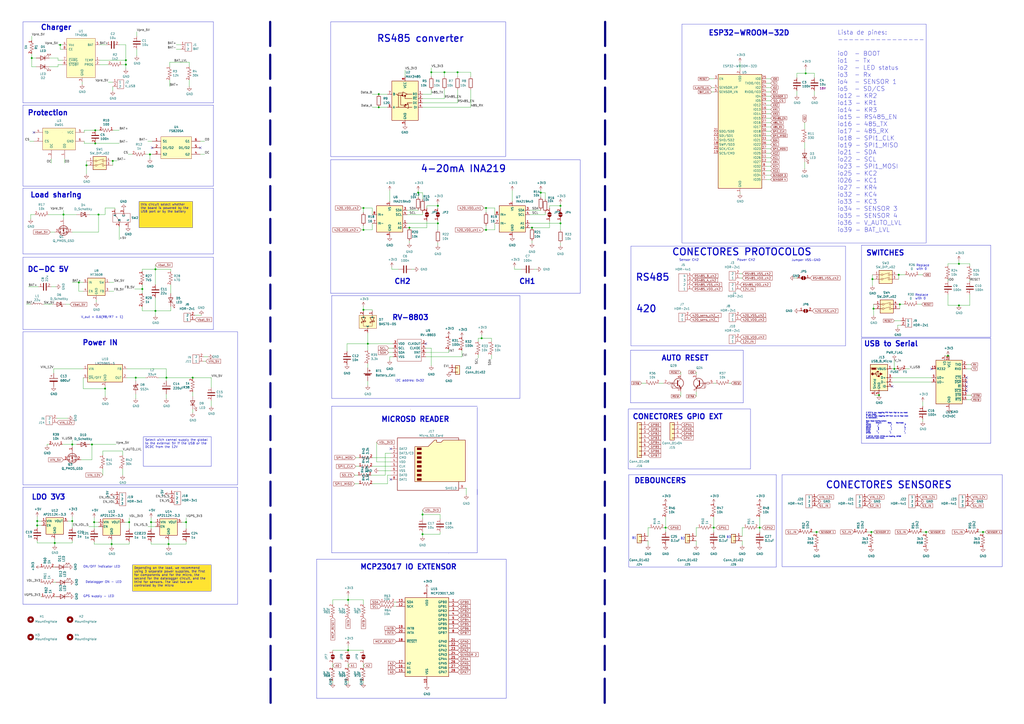
<source format=kicad_sch>
(kicad_sch (version 20231120) (generator "eeschema") (generator_version "8.0")
  (paper "A2")
  (junction (at 87.63 302.895))
  (junction (at 90.17 180.34))
  (junction (at 537.21 308.61))
  (junction (at 64.77 315.595))
  (junction (at 281.94 133.35))
  (junction (at 73.025 37.465))
  (junction (at 210.82 120.65))
  (junction (at 245.11 309.88))
  (junction (at 570.23 308.61))
  (junction (at 86.995 89.535))
  (junction (at 57.15 124.46))
  (junction (at 50.165 95.885))
  (junction (at 506.095 161.925))
  (junction (at 219.71 54.61))
  (junction (at 60.96 225.425))
  (junction (at 279.4 196.215))
  (junction (at 97.79 315.595))
  (junction (at 313.69 111.76))
  (junction (at 213.36 199.39))
  (junction (at 414.02 306.07))
  (junction (at 325.12 129.54))
  (junction (at 65.405 93.345))
  (junction (at 201.93 377.19))
  (junction (at 31.75 314.96))
  (junction (at 78.74 219.075))
  (junction (at 325.12 119.38))
  (junction (at 265.43 41.91))
  (junction (at 257.81 41.91))
  (junction (at 74.93 302.895))
  (junction (at 55.245 75.565))
  (junction (at 386.08 306.07))
  (junction (at 18.415 33.655))
  (junction (at 41.91 257.81))
  (junction (at 201.93 347.98))
  (junction (at 254 129.54))
  (junction (at 36.83 124.46))
  (junction (at 96.52 219.075))
  (junction (at 34.925 26.035))
  (junction (at 21.59 304.8))
  (junction (at 210.82 179.705))
  (junction (at 473.71 308.61))
  (junction (at 21.59 302.26))
  (junction (at 41.91 302.26))
  (junction (at 90.17 156.21))
  (junction (at 210.82 133.35))
  (junction (at 73.025 34.925))
  (junction (at 242.57 111.76))
  (junction (at 245.11 298.45))
  (junction (at 505.46 308.61))
  (junction (at 53.34 257.81))
  (junction (at 237.49 132.08))
  (junction (at 111.76 219.075))
  (junction (at 82.55 167.64))
  (junction (at 55.245 83.185))
  (junction (at 54.61 302.895))
  (junction (at 556.26 177.165))
  (junction (at 45.72 163.83))
  (junction (at 509.905 229.235))
  (junction (at 518.795 213.995))
  (junction (at 521.335 159.385))
  (junction (at 254 119.38))
  (junction (at 250.19 41.91))
  (junction (at 440.69 306.07))
  (junction (at 308.61 132.08))
  (junction (at 467.36 42.545))
  (junction (at 506.73 179.07))
  (junction (at 556.26 153.035))
  (junction (at 281.94 120.65))
  (junction (at 219.71 62.23))
  (junction (at 549.91 206.375))
  (junction (at 521.97 176.53))
  (junction (at 107.95 302.895))
  (no_connect (at 88.265 85.725))
  (no_connect (at 247.015 199.39))
  (no_connect (at 517.525 224.155))
  (no_connect (at 226.695 278.13))
  (no_connect (at 116.205 85.725))
  (no_connect (at 540.385 213.995))
  (no_connect (at 560.705 224.155))
  (no_connect (at 226.695 260.35))
  (no_connect (at 560.705 219.075))
  (no_connect (at 560.705 226.695))
  (no_connect (at 560.705 221.615))
  (no_connect (at 19.685 76.835))
  (wire (pts (xy 96.52 213.995) (xy 96.52 219.075)))
  (wire (pts (xy 506.73 176.53) (xy 506.73 179.07)))
  (wire (pts (xy 236.22 129.54) (xy 254 129.54)))
  (wire (pts (xy 562.61 153.035) (xy 556.26 153.035)))
  (wire (pts (xy 250.19 39.37) (xy 250.19 41.91)))
  (wire (pts (xy 41.91 257.81) (xy 41.91 255.27)))
  (wire (pts (xy 87.63 302.895) (xy 90.17 302.895)))
  (wire (pts (xy 206.375 270.51) (xy 208.28 270.51)))
  (wire (pts (xy 462.28 42.545) (xy 467.36 42.545)))
  (wire (pts (xy 414.02 306.07) (xy 414.02 308.61)))
  (wire (pts (xy 308.61 132.08) (xy 318.77 132.08)))
  (wire (pts (xy 267.97 207.01) (xy 267.97 203.2)))
  (wire (pts (xy 466.725 71.12) (xy 466.725 74.93)))
  (wire (pts (xy 31.75 328.93) (xy 31.115 328.93)))
  (wire (pts (xy 213.36 199.39) (xy 201.295 199.39)))
  (wire (pts (xy 226.06 110.49) (xy 226.06 116.84)))
  (polyline (pts (xy 351.028 12.7) (xy 350.774 408.178)) (stroke (width 1.27) (type dash) (color 0 0 125 1)))
  (polyline (pts (xy 123.825 149.225) (xy 123.825 191.135)))
  (wire (pts (xy 25.4 176.53) (xy 30.48 176.53)))
  (wire (pts (xy 79.375 28.575) (xy 79.375 32.385)))
  (wire (pts (xy 41.91 299.72) (xy 41.91 302.26)))
  (wire (pts (xy 280.67 120.65) (xy 281.94 120.65)))
  (wire (pts (xy 372.11 222.25) (xy 374.65 222.25)))
  (wire (pts (xy 537.21 308.61) (xy 538.48 308.61)))
  (wire (pts (xy 36.83 124.46) (xy 36.83 127)))
  (polyline (pts (xy 13.335 109.22) (xy 13.335 147.32)))
  (wire (pts (xy 116.205 81.915) (xy 118.745 81.915)))
  (wire (pts (xy 20.32 124.46) (xy 17.78 124.46)))
  (wire (pts (xy 277.495 196.215) (xy 279.4 196.215)))
  (polyline (pts (xy 13.335 12.7) (xy 123.825 12.7)))
  (wire (pts (xy 48.895 81.915) (xy 48.895 83.185)))
  (wire (pts (xy 28.575 257.81) (xy 27.305 257.81)))
  (wire (pts (xy 250.19 41.91) (xy 250.19 44.45)))
  (wire (pts (xy 444.5 76.2) (xy 447.04 76.2)))
  (wire (pts (xy 86.995 89.535) (xy 86.995 92.075)))
  (wire (pts (xy 227.33 156.21) (xy 231.14 156.21)))
  (polyline (pts (xy 431.165 203.2) (xy 431.165 233.68)))
  (polyline (pts (xy 431.165 233.68) (xy 365.76 233.68)))
  (wire (pts (xy 562.61 154.305) (xy 562.61 153.035)))
  (wire (pts (xy 201.93 374.65) (xy 201.93 377.19)))
  (wire (pts (xy 50.165 95.885) (xy 50.165 100.965)))
  (wire (pts (xy 48.895 76.835) (xy 48.895 75.565)))
  (wire (pts (xy 313.69 111.76) (xy 316.23 111.76)))
  (wire (pts (xy 74.93 300.355) (xy 74.93 302.895)))
  (wire (pts (xy 39.37 302.26) (xy 41.91 302.26)))
  (wire (pts (xy 245.11 309.88) (xy 255.27 309.88)))
  (wire (pts (xy 96.52 219.075) (xy 96.52 220.98)))
  (wire (pts (xy 250.19 201.93) (xy 250.19 212.09)))
  (wire (pts (xy 87.63 314.325) (xy 87.63 315.595)))
  (wire (pts (xy 210.82 179.705) (xy 215.9 179.705)))
  (polyline (pts (xy 574.675 142.24) (xy 574.675 195.58)))
  (wire (pts (xy 255.27 300.99) (xy 255.27 298.45)))
  (wire (pts (xy 33.02 242.57) (xy 39.37 242.57)))
  (wire (pts (xy 205.74 275.59) (xy 207.645 275.59)))
  (wire (pts (xy 245.11 298.45) (xy 255.27 298.45)))
  (wire (pts (xy 41.91 257.81) (xy 41.91 259.08)))
  (wire (pts (xy 45.72 168.91) (xy 48.26 168.91)))
  (wire (pts (xy 41.91 314.96) (xy 41.91 313.69)))
  (wire (pts (xy 444.5 101.6) (xy 447.04 101.6)))
  (wire (pts (xy 525.145 213.995) (xy 527.685 213.995)))
  (wire (pts (xy 73.66 219.075) (xy 78.74 219.075)))
  (wire (pts (xy 48.26 163.83) (xy 45.72 163.83)))
  (wire (pts (xy 403.86 217.17) (xy 403.86 215.9)))
  (wire (pts (xy 237.49 132.08) (xy 247.65 132.08)))
  (wire (pts (xy 518.795 186.055) (xy 522.605 186.055)))
  (wire (pts (xy 32.385 346.075) (xy 31.75 346.075)))
  (wire (pts (xy 118.11 207.01) (xy 120.65 207.01)))
  (wire (pts (xy 215.9 180.34) (xy 215.9 179.705)))
  (wire (pts (xy 534.67 308.61) (xy 537.21 308.61)))
  (wire (pts (xy 411.48 45.72) (xy 414.02 45.72)))
  (wire (pts (xy 316.23 111.76) (xy 316.23 115.57)))
  (wire (pts (xy 73.025 34.925) (xy 73.025 37.465)))
  (wire (pts (xy 33.655 38.735) (xy 33.655 37.465)))
  (wire (pts (xy 45.72 163.83) (xy 45.72 168.91)))
  (wire (pts (xy 57.15 134.62) (xy 57.15 124.46)))
  (wire (pts (xy 518.795 213.995) (xy 518.795 208.915)))
  (wire (pts (xy 88.265 81.915) (xy 85.725 81.915)))
  (wire (pts (xy 193.04 347.98) (xy 201.93 347.98)))
  (wire (pts (xy 193.04 347.98) (xy 193.04 350.52)))
  (wire (pts (xy 224.79 275.59) (xy 224.79 280.67)))
  (wire (pts (xy 213.36 193.04) (xy 213.36 199.39)))
  (wire (pts (xy 535.305 243.205) (xy 535.305 244.475)))
  (wire (pts (xy 556.26 153.035) (xy 549.91 153.035)))
  (wire (pts (xy 254 118.11) (xy 254 119.38)))
  (wire (pts (xy 21.59 306.07) (xy 21.59 304.8)))
  (polyline (pts (xy 191.77 92.71) (xy 191.77 170.18)))
  (wire (pts (xy 210.82 177.8) (xy 210.82 179.705)))
  (wire (pts (xy 444.5 81.28) (xy 447.04 81.28)))
  (wire (pts (xy 201.93 347.98) (xy 210.82 347.98)))
  (wire (pts (xy 505.46 308.61) (xy 505.46 309.88)))
  (wire (pts (xy 90.17 172.72) (xy 90.17 180.34)))
  (wire (pts (xy 17.78 176.53) (xy 15.24 176.53)))
  (wire (pts (xy 466.725 82.55) (xy 466.725 86.36)))
  (polyline (pts (xy 123.825 12.7) (xy 123.825 59.69)))
  (wire (pts (xy 205.74 280.67) (xy 208.28 280.67)))
  (wire (pts (xy 250.19 41.91) (xy 257.81 41.91)))
  (wire (pts (xy 506.095 161.925) (xy 506.095 165.735)))
  (wire (pts (xy 245.11 309.88) (xy 245.11 311.15)))
  (wire (pts (xy 109.855 38.735) (xy 109.855 36.195)))
  (wire (pts (xy 562.61 163.195) (xy 562.61 161.925)))
  (wire (pts (xy 567.69 308.61) (xy 570.23 308.61)))
  (polyline (pts (xy 336.55 170.18) (xy 191.77 170.18)))
  (wire (pts (xy 386.08 306.07) (xy 386.08 299.72)))
  (wire (pts (xy 298.45 156.21) (xy 302.26 156.21)))
  (wire (pts (xy 247.015 207.01) (xy 267.97 207.01)))
  (wire (pts (xy 525.145 159.385) (xy 521.335 159.385)))
  (wire (pts (xy 228.6 351.79) (xy 229.87 351.79)))
  (wire (pts (xy 245.11 57.15) (xy 257.81 57.15)))
  (polyline (pts (xy 499.745 195.58) (xy 499.745 142.24)))
  (wire (pts (xy 55.245 83.185) (xy 69.215 83.185)))
  (wire (pts (xy 213.36 223.52) (xy 213.36 220.98)))
  (wire (pts (xy 472.44 52.705) (xy 472.44 55.245)))
  (wire (pts (xy 210.82 120.65) (xy 215.9 120.65)))
  (wire (pts (xy 41.91 134.62) (xy 57.15 134.62)))
  (polyline (pts (xy 156.718 12.7) (xy 156.972 407.67)) (stroke (width 1.27) (type dash) (color 0 0 125 1)))
  (wire (pts (xy 201.93 387.35) (xy 201.93 384.81)))
  (wire (pts (xy 444.5 68.58) (xy 447.04 68.58)))
  (wire (pts (xy 281.94 133.35) (xy 281.94 130.81)))
  (wire (pts (xy 245.11 123.19) (xy 245.11 124.46)))
  (polyline (pts (xy 13.335 350.52) (xy 15.24 350.52)))
  (polyline (pts (xy 13.335 149.225) (xy 13.335 191.135)))
  (wire (pts (xy 109.855 36.195) (xy 98.425 36.195)))
  (wire (pts (xy 277.495 207.645) (xy 277.495 205.74)))
  (wire (pts (xy 254 128.27) (xy 254 129.54)))
  (wire (pts (xy 521.97 176.53) (xy 521.97 179.07)))
  (wire (pts (xy 60.96 124.46) (xy 57.15 124.46)))
  (wire (pts (xy 467.36 42.545) (xy 467.36 40.005)))
  (wire (pts (xy 21.59 302.26) (xy 21.59 299.72)))
  (wire (pts (xy 318.77 128.27) (xy 318.77 132.08)))
  (wire (pts (xy 325.12 142.24) (xy 325.12 140.97)))
  (wire (pts (xy 54.61 314.325) (xy 54.61 315.595)))
  (wire (pts (xy 210.82 120.65) (xy 210.82 123.19)))
  (wire (pts (xy 260.35 204.47) (xy 260.35 202.565)))
  (wire (pts (xy 444.5 78.74) (xy 447.04 78.74)))
  (polyline (pts (xy 123.825 60.96) (xy 123.825 107.95)))
  (wire (pts (xy 31.115 213.995) (xy 31.115 216.535)))
  (wire (pts (xy 430.53 311.15) (xy 430.53 306.07)))
  (wire (pts (xy 318.77 120.65) (xy 318.77 119.38)))
  (wire (pts (xy 31.75 314.96) (xy 41.91 314.96)))
  (wire (pts (xy 250.19 52.07) (xy 250.19 54.61)))
  (wire (pts (xy 122.555 224.79) (xy 122.555 219.075)))
  (wire (pts (xy 549.91 177.165) (xy 556.26 177.165)))
  (wire (pts (xy 51.435 305.435) (xy 57.15 305.435)))
  (wire (pts (xy 245.11 54.61) (xy 250.19 54.61)))
  (wire (pts (xy 219.71 62.23) (xy 224.79 62.23)))
  (wire (pts (xy 473.71 308.61) (xy 474.98 308.61)))
  (wire (pts (xy 71.12 275.59) (xy 71.12 271.78)))
  (wire (pts (xy 57.15 124.46) (xy 52.07 124.46)))
  (wire (pts (xy 97.79 313.055) (xy 97.79 315.595)))
  (wire (pts (xy 223.52 262.89) (xy 223.52 275.59)))
  (wire (pts (xy 60.96 120.65) (xy 66.675 120.65)))
  (wire (pts (xy 313.69 110.49) (xy 313.69 111.76)))
  (wire (pts (xy 59.69 261.62) (xy 59.69 264.16)))
  (polyline (pts (xy 137.795 350.52) (xy 137.795 282.575)))
  (wire (pts (xy 444.5 66.04) (xy 447.04 66.04)))
  (wire (pts (xy 255.27 308.61) (xy 255.27 309.88)))
  (wire (pts (xy 209.55 133.35) (xy 210.82 133.35)))
  (wire (pts (xy 226.06 207.01) (xy 227.965 207.01)))
  (wire (pts (xy 73.025 26.035) (xy 73.025 34.925)))
  (wire (pts (xy 225.425 201.93) (xy 227.965 201.93)))
  (wire (pts (xy 287.02 133.35) (xy 287.02 129.54)))
  (wire (pts (xy 325.12 129.54) (xy 325.12 133.35)))
  (wire (pts (xy 285.115 196.215) (xy 279.4 196.215)))
  (wire (pts (xy 193.04 396.24) (xy 193.04 394.97)))
  (wire (pts (xy 257.81 41.91) (xy 265.43 41.91)))
  (wire (pts (xy 46.99 266.7) (xy 53.34 266.7)))
  (wire (pts (xy 472.44 42.545) (xy 472.44 45.085)))
  (wire (pts (xy 99.06 156.21) (xy 99.06 157.48)))
  (wire (pts (xy 218.44 267.97) (xy 226.695 267.97)))
  (wire (pts (xy 245.11 62.23) (xy 273.05 62.23)))
  (wire (pts (xy 384.81 306.07) (xy 386.08 306.07)))
  (wire (pts (xy 414.02 50.8) (xy 412.75 50.8)))
  (wire (pts (xy 309.88 156.21) (xy 311.15 156.21)))
  (wire (pts (xy 461.01 161.29) (xy 462.28 161.29)))
  (wire (pts (xy 273.05 62.23) (xy 273.05 52.07)))
  (wire (pts (xy 36.83 124.46) (xy 36.83 121.92)))
  (wire (pts (xy 64.77 316.865) (xy 64.77 315.595)))
  (wire (pts (xy 444.5 83.82) (xy 447.04 83.82)))
  (wire (pts (xy 277.495 198.12) (xy 277.495 196.215)))
  (wire (pts (xy 430.53 306.07) (xy 431.8 306.07)))
  (wire (pts (xy 520.7 188.595) (xy 520.7 189.865)))
  (wire (pts (xy 225.425 204.47) (xy 227.965 204.47)))
  (wire (pts (xy 444.5 96.52) (xy 447.04 96.52)))
  (wire (pts (xy 63.5 168.91) (xy 66.04 168.91)))
  (polyline (pts (xy 13.335 59.69) (xy 13.335 12.7)))
  (wire (pts (xy 502.92 308.61) (xy 505.46 308.61)))
  (wire (pts (xy 403.86 311.15) (xy 403.86 306.07)))
  (wire (pts (xy 54.61 302.895) (xy 57.15 302.895)))
  (polyline (pts (xy 260.35 321.31) (xy 260.35 321.31)))
  (wire (pts (xy 21.59 302.26) (xy 24.13 302.26)))
  (wire (pts (xy 562.61 177.165) (xy 562.61 170.815)))
  (wire (pts (xy 36.195 26.035) (xy 34.925 26.035)))
  (wire (pts (xy 265.43 41.91) (xy 265.43 44.45)))
  (wire (pts (xy 414.02 53.34) (xy 412.75 53.34)))
  (wire (pts (xy 122.555 219.075) (xy 111.76 219.075)))
  (wire (pts (xy 228.6 349.25) (xy 229.87 349.25)))
  (wire (pts (xy 28.575 33.655) (xy 33.655 33.655)))
  (wire (pts (xy 193.04 377.19) (xy 201.93 377.19)))
  (wire (pts (xy 325.12 118.11) (xy 325.12 119.38)))
  (wire (pts (xy 462.28 45.085) (xy 462.28 42.545)))
  (wire (pts (xy 245.11 308.61) (xy 245.11 309.88)))
  (wire (pts (xy 65.405 75.565) (xy 69.215 75.565)))
  (wire (pts (xy 507.365 229.235) (xy 509.905 229.235)))
  (wire (pts (xy 104.775 26.035) (xy 102.235 26.035)))
  (wire (pts (xy 429.26 161.29) (xy 430.53 161.29)))
  (wire (pts (xy 213.36 199.39) (xy 213.36 203.2)))
  (wire (pts (xy 57.785 34.925) (xy 73.025 34.925)))
  (wire (pts (xy 467.36 42.545) (xy 472.44 42.545)))
  (wire (pts (xy 65.405 93.345) (xy 67.945 93.345)))
  (wire (pts (xy 33.655 37.465) (xy 36.195 37.465)))
  (wire (pts (xy 111.76 227.33) (xy 111.76 229.87)))
  (wire (pts (xy 429.26 158.75) (xy 430.53 158.75)))
  (wire (pts (xy 107.95 315.595) (xy 107.95 314.325)))
  (wire (pts (xy 247.015 204.47) (xy 260.35 204.47)))
  (wire (pts (xy 82.55 156.21) (xy 90.17 156.21)))
  (polyline (pts (xy 574.675 195.58) (xy 499.745 195.58)))
  (wire (pts (xy 247.65 119.38) (xy 254 119.38)))
  (polyline (pts (xy 13.335 147.32) (xy 123.825 147.32)))
  (polyline (pts (xy 499.745 196.215) (xy 574.675 196.215)))
  (wire (pts (xy 74.93 302.895) (xy 74.93 306.705)))
  (wire (pts (xy 444.5 71.12) (xy 447.04 71.12)))
  (polyline (pts (xy 276.86 320.675) (xy 276.86 283.845)))
  (wire (pts (xy 59.69 271.78) (xy 59.69 275.59)))
  (wire (pts (xy 55.88 173.99) (xy 55.88 175.26)))
  (wire (pts (xy 297.18 110.49) (xy 297.18 116.84)))
  (wire (pts (xy 215.9 62.23) (xy 219.71 62.23)))
  (wire (pts (xy 560.705 229.235) (xy 563.372 229.235)))
  (wire (pts (xy 107.95 302.895) (xy 107.95 306.705)))
  (wire (pts (xy 82.55 156.21) (xy 82.55 157.48)))
  (wire (pts (xy 517.525 221.615) (xy 540.385 221.615)))
  (wire (pts (xy 74.93 315.595) (xy 74.93 314.325)))
  (wire (pts (xy 285.115 205.74) (xy 285.115 208.28)))
  (wire (pts (xy 265.43 59.69) (xy 265.43 52.07)))
  (wire (pts (xy 254 119.38) (xy 254 120.65)))
  (wire (pts (xy 236.22 124.46) (xy 245.11 124.46)))
  (polyline (pts (xy 13.335 149.225) (xy 123.825 149.225)))
  (wire (pts (xy 556.26 151.13) (xy 556.26 153.035)))
  (wire (pts (xy 21.59 313.69) (xy 21.59 314.96)))
  (wire (pts (xy 270.51 283.21) (xy 270.51 287.02)))
  (polyline (pts (xy 499.745 142.24) (xy 574.675 142.24)))
  (wire (pts (xy 111.76 239.395) (xy 111.76 237.49)))
  (wire (pts (xy 444.5 53.34) (xy 447.04 53.34)))
  (wire (pts (xy 41.91 302.26) (xy 41.91 306.07)))
  (wire (pts (xy 18.415 33.655) (xy 20.955 33.655)))
  (polyline (pts (xy 13.335 109.22) (xy 123.825 109.22)))
  (polyline (pts (xy 15.24 350.52) (xy 137.795 350.52)))
  (wire (pts (xy 96.52 231.14) (xy 96.52 228.6)))
  (wire (pts (xy 254 129.54) (xy 254 133.35)))
  (wire (pts (xy 550.545 206.375) (xy 549.91 206.375)))
  (wire (pts (xy 82.55 180.34) (xy 90.17 180.34)))
  (polyline (pts (xy 260.35 320.675) (xy 276.86 320.675)))
  (wire (pts (xy 65.405 93.345) (xy 65.405 95.885)))
  (wire (pts (xy 382.27 222.25) (xy 384.81 222.25)))
  (wire (pts (xy 415.29 222.25) (xy 414.02 222.25)))
  (wire (pts (xy 16.51 166.37) (xy 22.225 166.37)))
  (wire (pts (xy 440.69 306.07) (xy 440.69 308.61)))
  (wire (pts (xy 210.82 133.35) (xy 210.82 130.81)))
  (wire (pts (xy 439.42 306.07) (xy 440.69 306.07)))
  (wire (pts (xy 375.92 313.69) (xy 375.92 316.23)))
  (polyline (pts (xy 336.55 92.71) (xy 336.55 170.18)))
  (wire (pts (xy 505.46 308.61) (xy 506.73 308.61)))
  (wire (pts (xy 45.72 163.83) (xy 41.91 163.83)))
  (wire (pts (xy 522.605 188.595) (xy 520.7 188.595)))
  (wire (pts (xy 375.92 306.07) (xy 377.19 306.07)))
  (wire (pts (xy 444.5 63.5) (xy 447.04 63.5)))
  (wire (pts (xy 245.11 295.91) (xy 245.11 298.45)))
  (wire (pts (xy 48.895 75.565) (xy 55.245 75.565)))
  (wire (pts (xy 386.08 306.07) (xy 386.08 308.61)))
  (wire (pts (xy 444.5 58.42) (xy 447.04 58.42)))
  (polyline (pts (xy 123.825 107.95) (xy 13.335 107.95)))
  (wire (pts (xy 226.06 208.915) (xy 226.06 207.01)))
  (wire (pts (xy 287.02 120.65) (xy 287.02 124.46)))
  (wire (pts (xy 90.17 156.21) (xy 99.06 156.21)))
  (wire (pts (xy 236.22 132.08) (xy 237.49 132.08)))
  (wire (pts (xy 247.015 201.93) (xy 250.19 201.93)))
  (wire (pts (xy 444.5 55.88) (xy 447.04 55.88)))
  (wire (pts (xy 48.26 225.425) (xy 60.96 225.425)))
  (wire (pts (xy 215.9 120.65) (xy 215.9 124.46)))
  (wire (pts (xy 21.59 314.96) (xy 31.75 314.96)))
  (wire (pts (xy 471.17 308.61) (xy 473.71 308.61)))
  (wire (pts (xy 245.11 59.69) (xy 265.43 59.69)))
  (wire (pts (xy 99.06 170.18) (xy 99.06 165.1)))
  (wire (pts (xy 242.57 110.49) (xy 242.57 111.76)))
  (wire (pts (xy 549.91 163.195) (xy 549.91 161.925)))
  (wire (pts (xy 285.115 196.215) (xy 285.115 198.12)))
  (wire (pts (xy 201.295 199.39) (xy 201.295 203.835)))
  (wire (pts (xy 462.28 52.705) (xy 462.28 55.245)))
  (wire (pts (xy 85.725 305.435) (xy 90.17 305.435)))
  (wire (pts (xy 65.405 50.165) (xy 65.405 52.705)))
  (wire (pts (xy 440.69 306.07) (xy 441.96 306.07)))
  (wire (pts (xy 403.86 227.33) (xy 403.86 229.87)))
  (wire (pts (xy 556.26 177.165) (xy 562.61 177.165)))
  (wire (pts (xy 215.9 270.51) (xy 226.695 270.51)))
  (wire (pts (xy 24.13 304.8) (xy 21.59 304.8)))
  (wire (pts (xy 307.34 124.46) (xy 316.23 124.46)))
  (wire (pts (xy 236.22 121.92) (xy 242.57 121.92)))
  (polyline (pts (xy 276.86 236.22) (xy 276.86 287.02)))
  (polyline (pts (xy 123.825 191.135) (xy 13.335 191.135)))
  (wire (pts (xy 116.84 182.88) (xy 113.03 182.88)))
  (wire (pts (xy 201.93 345.44) (xy 201.93 347.98)))
  (wire (pts (xy 210.82 179.705) (xy 210.82 180.34)))
  (wire (pts (xy 444.5 73.66) (xy 447.04 73.66)))
  (wire (pts (xy 466.725 93.98) (xy 466.725 97.79)))
  (wire (pts (xy 78.74 219.075) (xy 84.455 219.075)))
  (wire (pts (xy 55.245 75.565) (xy 57.785 75.565)))
  (wire (pts (xy 54.61 302.895) (xy 54.61 300.355)))
  (wire (pts (xy 82.55 177.8) (xy 82.55 180.34)))
  (wire (pts (xy 47.625 47.625) (xy 47.625 48.895)))
  (wire (pts (xy 219.71 273.05) (xy 226.695 273.05)))
  (wire (pts (xy 254 142.24) (xy 254 140.97)))
  (wire (pts (xy 28.575 38.735) (xy 33.655 38.735)))
  (wire (pts (xy 19.685 81.915) (xy 17.145 81.915)))
  (polyline (pts (xy 499.745 257.175) (xy 499.745 196.215)))
  (wire (pts (xy 215.9 54.61) (xy 219.71 54.61)))
  (polyline (pts (xy 13.335 282.575) (xy 13.335 350.52)))
  (wire (pts (xy 73.66 213.995) (xy 96.52 213.995)))
  (wire (pts (xy 98.425 36.195) (xy 98.425 38.735)))
  (polyline (pts (xy 191.77 92.71) (xy 336.55 92.71)))
  (wire (pts (xy 105.41 302.895) (xy 107.95 302.895)))
  (wire (pts (xy 38.1 176.53) (xy 40.64 176.53)))
  (wire (pts (xy 440.69 306.07) (xy 440.69 299.72)))
  (polyline (pts (xy 574.675 196.215) (xy 574.675 257.175)))
  (wire (pts (xy 549.91 170.815) (xy 549.91 177.165)))
  (wire (pts (xy 54.61 315.595) (xy 64.77 315.595)))
  (wire (pts (xy 87.63 302.895) (xy 87.63 306.705)))
  (wire (pts (xy 78.105 167.64) (xy 82.55 167.64)))
  (wire (pts (xy 227.33 154.94) (xy 227.33 156.21)))
  (wire (pts (xy 245.11 298.45) (xy 245.11 300.99)))
  (wire (pts (xy 72.39 302.895) (xy 74.93 302.895)))
  (wire (pts (xy 325.12 119.38) (xy 325.12 120.65)))
  (polyline (pts (xy 365.76 233.68) (xy 365.76 203.2)))
  (wire (pts (xy 209.55 120.65) (xy 210.82 120.65)))
  (wire (pts (xy 444.5 91.44) (xy 447.04 91.44)))
  (wire (pts (xy 414.02 306.07) (xy 414.02 299.72)))
  (wire (pts (xy 78.74 228.6) (xy 78.74 231.14)))
  (wire (pts (xy 122.555 232.41) (xy 122.555 235.585)))
  (wire (pts (xy 48.26 219.075) (xy 48.26 225.425)))
  (wire (pts (xy 444.5 93.98) (xy 447.04 93.98)))
  (wire (pts (xy 560.705 213.995) (xy 563.245 213.995)))
  (wire (pts (xy 386.08 306.07) (xy 387.35 306.07)))
  (wire (pts (xy 18.415 33.655) (xy 18.415 38.735)))
  (wire (pts (xy 325.12 128.27) (xy 325.12 129.54)))
  (wire (pts (xy 570.23 308.61) (xy 570.23 309.88)))
  (wire (pts (xy 53.34 257.81) (xy 52.07 257.81)))
  (wire (pts (xy 444.5 99.06) (xy 447.04 99.06)))
  (wire (pts (xy 48.26 213.995) (xy 31.115 213.995)))
  (wire (pts (xy 215.9 133.35) (xy 215.9 129.54)))
  (wire (pts (xy 33.655 34.925) (xy 36.195 34.925)))
  (wire (pts (xy 532.765 159.385) (xy 535.305 159.385)))
  (wire (pts (xy 247.65 120.65) (xy 247.65 119.38)))
  (wire (pts (xy 60.96 229.87) (xy 60.96 225.425)))
  (wire (pts (xy 429.26 40.64) (xy 429.26 36.195)))
  (wire (pts (xy 104.775 28.575) (xy 102.235 28.575)))
  (wire (pts (xy 444.5 60.96) (xy 447.04 60.96)))
  (wire (pts (xy 71.12 261.62) (xy 59.69 261.62)))
  (wire (pts (xy 238.76 156.21) (xy 240.03 156.21)))
  (wire (pts (xy 50.165 93.345) (xy 50.165 95.885)))
  (wire (pts (xy 210.82 133.35) (xy 215.9 133.35)))
  (wire (pts (xy 201.93 396.24) (xy 201.93 394.97)))
  (wire (pts (xy 444.5 48.26) (xy 447.04 48.26)))
  (wire (pts (xy 210.82 387.35) (xy 210.82 384.81)))
  (wire (pts (xy 82.55 165.1) (xy 82.55 167.64)))
  (wire (pts (xy 473.71 308.61) (xy 473.71 309.88)))
  (wire (pts (xy 90.17 156.21) (xy 90.17 165.1)))
  (wire (pts (xy 273.05 44.45) (xy 273.05 41.91)))
  (polyline (pts (xy 123.825 109.22) (xy 123.825 147.32)))
  (wire (pts (xy 518.795 213.995) (xy 520.065 213.995)))
  (polyline (pts (xy 192.405 320.675) (xy 192.405 235.585)))
  (wire (pts (xy 257.81 41.91) (xy 257.81 44.45)))
  (wire (pts (xy 109.855 50.165) (xy 109.855 46.355)))
  (wire (pts (xy 403.86 313.69) (xy 403.86 316.23)))
  (wire (pts (xy 444.5 104.14) (xy 447.04 104.14)))
  (polyline (pts (xy 13.335 107.95) (xy 13.335 60.96)))
  (wire (pts (xy 422.91 222.25) (xy 424.18 222.25)))
  (wire (pts (xy 444.5 45.72) (xy 447.04 45.72)))
  (wire (pts (xy 18.415 38.735) (xy 20.955 38.735)))
  (wire (pts (xy 87.63 315.595) (xy 97.79 315.595)))
  (wire (pts (xy 247.65 128.27) (xy 247.65 132.08)))
  (wire (pts (xy 97.79 315.595) (xy 107.95 315.595)))
  (wire (pts (xy 242.57 114.3) (xy 242.57 111.76)))
  (wire (pts (xy 532.13 176.53) (xy 534.67 176.53)))
  (polyline (pts (xy 192.405 320.675) (xy 260.35 320.675)))
  (wire (pts (xy 27.305 257.81) (xy 27.305 258.445)))
  (wire (pts (xy 215.9 280.67) (xy 224.79 280.67)))
  (wire (pts (xy 73.025 37.465) (xy 73.025 40.005)))
  (wire (pts (xy 37.465 92.075) (xy 37.465 94.615)))
  (wire (pts (xy 524.51 176.53) (xy 521.97 176.53)))
  (wire (pts (xy 34.925 26.035) (xy 33.655 26.035)))
  (wire (pts (xy 307.34 121.92) (xy 313.69 121.92)))
  (wire (pts (xy 308.61 140.97) (xy 308.61 139.7)))
  (wire (pts (xy 64.77 315.595) (xy 74.93 315.595)))
  (wire (pts (xy 31.75 312.42) (xy 31.75 314.96)))
  (wire (pts (xy 215.265 275.59) (xy 223.52 275.59)))
  (wire (pts (xy 560.705 231.775) (xy 563.245 231.775)))
  (wire (pts (xy 506.73 182.88) (xy 506.73 179.07)))
  (wire (pts (xy 414.02 306.07) (xy 415.29 306.07)))
  (wire (pts (xy 21.59 304.8) (xy 21.59 302.26)))
  (wire (pts (xy 18.415 23.495) (xy 18.415 20.955)))
  (wire (pts (xy 257.81 57.15) (xy 257.81 52.07)))
  (wire (pts (xy 53.34 257.81) (xy 67.31 257.81)))
  (wire (pts (xy 99.06 180.34) (xy 90.17 180.34)))
  (wire (pts (xy 430.53 313.69) (xy 430.53 316.23)))
  (wire (pts (xy 79.375 20.955) (xy 79.375 18.415)))
  (wire (pts (xy 223.52 262.89) (xy 226.695 262.89)))
  (wire (pts (xy 234.95 44.45) (xy 234.95 40.64)))
  (wire (pts (xy 107.95 300.355) (xy 107.95 302.895)))
  (wire (pts (xy 506.095 159.385) (xy 506.095 161.925)))
  (wire (pts (xy 242.57 111.76) (xy 245.11 111.76)))
  (wire (pts (xy 17.78 124.46) (xy 17.78 127)))
  (wire (pts (xy 570.23 308.61) (xy 571.5 308.61)))
  (wire (pts (xy 60.96 225.425) (xy 60.96 224.155)))
  (wire (pts (xy 215.9 265.43) (xy 226.695 265.43)))
  (wire (pts (xy 535.305 235.585) (xy 535.305 233.045)))
  (wire (pts (xy 245.11 111.76) (xy 245.11 115.57)))
  (wire (pts (xy 403.86 306.07) (xy 405.13 306.07)))
  (polyline (pts (xy 365.76 203.2) (xy 431.165 203.2)))
  (wire (pts (xy 281.94 120.65) (xy 287.02 120.65)))
  (wire (pts (xy 111.76 219.075) (xy 111.76 219.71)))
  (wire (pts (xy 78.74 219.075) (xy 78.74 220.98)))
  (wire (pts (xy 69.215 26.035) (xy 73.025 26.035)))
  (polyline (pts (xy 13.335 282.575) (xy 137.795 282.575)))
  (wire (pts (xy 90.17 153.67) (xy 90.17 156.21)))
  (wire (pts (xy 31.75 134.62) (xy 29.21 134.62)))
  (wire (pts (xy 210.82 396.24) (xy 210.82 394.97)))
  (wire (pts (xy 63.5 163.83) (xy 66.04 163.83)))
  (wire (pts (xy 201.93 377.19) (xy 210.82 377.19)))
  (polyline (pts (xy 123.825 59.69) (xy 13.335 59.69)))
  (wire (pts (xy 318.77 119.38) (xy 325.12 119.38)))
  (wire (pts (xy 429.26 111.76) (xy 429.26 112.395)))
  (wire (pts (xy 57.785 26.035) (xy 61.595 26.035)))
  (wire (pts (xy 237.49 140.97) (xy 237.49 139.7)))
  (polyline (pts (xy 192.405 235.585) (xy 276.86 235.585)))
  (wire (pts (xy 517.525 213.995) (xy 518.795 213.995)))
  (wire (pts (xy 53.34 266.7) (xy 53.34 257.81)))
  (polyline (pts (xy 13.335 60.96) (xy 123.825 60.96)))
  (wire (pts (xy 65.405 47.625) (xy 62.865 47.625)))
  (wire (pts (xy 36.83 124.46) (xy 27.94 124.46)))
  (wire (pts (xy 97.79 316.865) (xy 97.79 315.595)))
  (wire (pts (xy 64.77 313.055) (xy 64.77 315.595)))
  (wire (pts (xy 96.52 219.075) (xy 111.76 219.075)))
  (wire (pts (xy 193.04 387.35) (xy 193.04 384.81)))
  (wire (pts (xy 280.67 133.35) (xy 281.94 133.35)))
  (wire (pts (xy 36.195 28.575) (xy 34.925 28.575)))
  (wire (pts (xy 213.36 213.36) (xy 213.36 210.82)))
  (wire (pts (xy 48.895 83.185) (xy 55.245 83.185)))
  (wire (pts (xy 201.93 347.98) (xy 201.93 350.52)))
  (wire (pts (xy 66.675 120.65) (xy 66.675 121.285)))
  (wire (pts (xy 34.925 28.575) (xy 34.925 26.035)))
  (wire (pts (xy 444.5 86.36) (xy 447.04 86.36)))
  (wire (pts (xy 549.91 206.375) (xy 548.005 206.375)))
  (wire (pts (xy 394.97 217.17) (xy 394.97 215.9)))
  (wire (pts (xy 307.34 129.54) (xy 325.12 129.54)))
  (wire (pts (xy 444.5 88.9) (xy 447.04 88.9)))
  (wire (pts (xy 116.205 89.535) (xy 118.745 89.535)))
  (wire (pts (xy 18.415 31.115) (xy 18.415 33.655)))
  (wire (pts (xy 69.215 131.445) (xy 69.215 139.065)))
  (wire (pts (xy 281.94 133.35) (xy 287.02 133.35)))
  (wire (pts (xy 54.61 302.895) (xy 54.61 306.705)))
  (wire (pts (xy 269.875 283.21) (xy 270.51 283.21)))
  (wire (pts (xy 31.75 316.23) (xy 31.75 314.96)))
  (wire (pts (xy 86.995 89.535) (xy 88.265 89.535)))
  (wire (pts (xy 23.495 346.075) (xy 24.13 346.075)))
  (wire (pts (xy 90.17 180.34) (xy 90.17 182.88)))
  (wire (pts (xy 118.11 209.55) (xy 119.38 209.55)))
  (wire (pts (xy 394.97 227.33) (xy 394.97 229.87)))
  (wire (pts (xy 521.335 159.385) (xy 521.335 161.925)))
  (wire (pts (xy 41.91 257.81) (xy 36.195 257.81)))
  (wire (pts (xy 29.845 166.37) (xy 32.385 166.37)))
  (wire (pts (xy 32.385 337.82) (xy 31.115 337.82)))
  (wire (pts (xy 84.455 89.535) (xy 86.995 89.535)))
  (wire (pts (xy 71.12 264.16) (xy 71.12 261.62)))
  (wire (pts (xy 281.94 120.65) (xy 281.94 123.19)))
  (wire (pts (xy 375.92 311.15) (xy 375.92 306.07)))
  (wire (pts (xy 44.45 124.46) (xy 36.83 124.46)))
  (wire (pts (xy 316.23 123.19) (xy 316.23 124.46)))
  (wire (pts (xy 87.63 302.895) (xy 87.63 300.355)))
  (wire (pts (xy 33.655 33.655) (xy 33.655 34.925)))
  (wire (pts (xy 99.06 177.8) (xy 99.06 180.34)))
  (wire (pts (xy 44.45 257.81) (xy 41.91 257.81)))
  (wire (pts (xy 298.45 154.94) (xy 298.45 156.21)))
  (wire (pts (xy 560.705 211.455) (xy 563.245 211.455)))
  (wire (pts (xy 279.4 194.31) (xy 279.4 196.215)))
  (wire (pts (xy 537.21 308.61) (xy 537.21 309.88)))
  (wire (pts (xy 219.71 54.61) (xy 224.79 54.61)))
  (wire (pts (xy 517.525 219.075) (xy 540.385 219.075)))
  (wire (pts (xy 444.5 50.8) (xy 447.04 50.8)))
  (wire (pts (xy 218.44 256.54) (xy 218.44 267.97)))
  (wire (pts (xy 412.75 306.07) (xy 414.02 306.07)))
  (wire (pts (xy 549.91 154.305) (xy 549.91 153.035)))
  (wire (pts (xy 76.835 89.535) (xy 74.295 89.535)))
  (wire (pts (xy 60.96 120.65) (xy 60.96 124.46)))
  (wire (pts (xy 70.485 37.465) (xy 73.025 37.465)))
  (wire (pts (xy 206.375 265.43) (xy 208.28 265.43)))
  (wire (pts (xy 210.82 347.98) (xy 210.82 350.52)))
  (wire (pts (xy 57.785 37.465) (xy 62.865 37.465)))
  (wire (pts (xy 29.845 92.075) (xy 29.845 94.615)))
  (wire (pts (xy 273.05 41.91) (xy 265.43 41.91)))
  (wire (pts (xy 98.425 46.355) (xy 98.425 50.165)))
  (wire (pts (xy 82.55 167.64) (xy 82.55 170.18)))
  (wire (pts (xy 313.69 114.3) (xy 313.69 111.76)))
  (wire (pts (xy 213.36 199.39) (xy 227.965 199.39)))
  (wire (pts (xy 226.695 275.59) (xy 224.79 275.59)))
  (wire (pts (xy 92.075 219.075) (xy 96.52 219.075)))
  (polyline (pts (xy 574.675 257.175) (xy 499.745 257.175)))
  (wire (pts (xy 307.34 132.08) (xy 308.61 132.08)))
  (rectangle (start 183.642 324.358) (end 293.624 405.13))
  (rectangle (start 191.77 12.7) (end 293.37 90.805))
  (rectangle (start 366.014 142.748) (end 490.474 200.66))
  (rectangle (start 364.49 237.236) (end 435.356 272.034))
  (rectangle (start 364.744 275.336) (end 450.342 328.93))
  (rectangle (start 395.605 13.97) (end 537.21 140.97))
  (rectangle (start 13.335 192.405) (end 137.795 281.305))
  (rectangle (start 453.644 275.336) (end 581.406 328.676))
  (rectangle (start 192.405 171.45) (end 301.625 231.14))
  (text_box "Select wich cannal supply the global to the external 5V if the USB or the DCDC from the 12V\n" (at 83.185 253.365 0) (size 39.37 17.145) (effects (font (size 1.27 1.27)) (justify left top)))
  (text_box "Depending on the load, we recommend using 3 separate power supplies. the first for components and for the micro, the second for the datalogger circuit, and the third for sensors. The last two are controlled by the micro" (at 76.835 327.66 0) (size 45.72 15.24) (fill (type color) (color 255 227 49 1)) (effects (font (size 1.27 1.27)) (justify left top)))
  (text_box "this circuit select whether the board is powered by the USB port or by the battery" (at 80.645 116.84 0) (size 31.115 15.24) (fill (type color) (color 255 227 49 1)) (effects (font (size 1.27 1.27)) (justify left top)))
  (text "420" (at 368.808 181.61 0) (effects (font (size 4 4) (thickness 0.5994) (bold yes)) (justify left bottom)))
  (text "Replace \nwith 0" (at 530.86 173.99 0) (effects (font (size 1.27 1.27)) (justify left bottom)))
  (text "CONECTORES SENSORES\n" (at 478.79 283.718 0) (effects (font (size 4 4) (thickness 0.5994) (bold yes)) (justify left bottom)))
  (text "Lista de pines:\n----------------\n\nio0  - BOOT\nio1  - Tx\nio2  - LED status\nio3  - Rx\nio4  - SENSOR 1\nio5  - SD/CS\nio12 - KR2\nio13 - KR1\nio14 - KR3 \nio15 - RS485_EN\nio16 - 485_TX\nio17 - 485_RX\nio18 - SPI1_CLK\nio19 - SPI1_MISO\nio21 - SDA\nio22 - SCL\nio23 - SPI1_MOSI\nio25 - KC2\ni026 - KC1\nio27 - KR4\nio32 - KC4\nio33 - KC3\nio34 - SENSOR 3\nio35 - SENSOR 4\nio36 - V_AUTO_LVL\nio39 - BAT_LVL\n\n" (at 485.775 139.065 0) (effects (font (size 2.54 2.54)) (justify left bottom)))
  (text "Power CH2" (at 427.482 151.638 0) (effects (font (size 1.27 1.27)) (justify left bottom)))
  (text "RS485 converter" (at 218.44 24.765 0) (effects (font (size 4 4) (thickness 0.5994) (bold yes)) (justify left bottom)))
  (text "MCP23017 IO EXTENSOR" (at 208.788 330.708 0) (effects (font (size 2.9972 2.9972) (thickness 0.5994) (bold yes)) (justify left bottom)))
  (text "4-20mA INA219" (at 243.84 100.33 0) (effects (font (size 4 4) (thickness 0.5994) (bold yes)) (justify left bottom)))
  (text "Charger" (at 23.495 17.78 0) (effects (font (size 2.9972 2.9972) (thickness 0.5994) (bold yes)) (justify left bottom)))
  (text "USB to Serial" (at 501.015 201.295 0) (effects (font (size 2.9972 2.9972) (thickness 0.5994) (bold yes)) (justify left bottom)))
  (text "Datalogger ON - LED" (at 49.53 338.455 0) (effects (font (size 1.27 1.27)) (justify left bottom)))
  (text "ESP32-WROOM-32D" (at 410.845 20.955 0) (effects (font (size 2.9972 2.9972) (thickness 0.5994) (bold yes)) (justify left bottom)))
  (text "Replace \nwith 0" (at 531.495 156.845 0) (effects (font (size 1.27 1.27)) (justify left bottom)))
  (text "DC-DC 5V" (at 40.005 158.115 0) (effects (font (size 2.9972 2.9972) (thickness 0.5994) (bold yes)) (justify right bottom)))
  (text "B3" (at 421.386 312.42 0) (effects (font (size 1.27 1.27)) (justify left bottom)))
  (text "DEBOUNCERS" (at 367.792 280.67 0) (effects (font (size 2.9972 2.9972) (thickness 0.5994) (bold yes)) (justify left bottom)))
  (text "SWITCHES" (at 502.285 148.59 0) (effects (font (size 2.9972 2.9972) (thickness 0.5994) (bold yes)) (justify left bottom)))
  (text "CH1" (at 300.99 165.1 0) (effects (font (size 2.9972 2.9972) (thickness 0.5994) (bold yes)) (justify left bottom)))
  (text "MICROSD READER" (at 220.98 245.11 0) (effects (font (size 2.9972 2.9972) (thickness 0.5994) (bold yes)) (justify left bottom)))
  (text "Power IN" (at 68.58 200.66 0) (effects (font (size 2.9972 2.9972) (thickness 0.5994) (bold yes)) (justify right bottom)))
  (text "B2" (at 394.716 313.182 0) (effects (font (size 1.27 1.27)) (justify left bottom)))
  (text "AUTO RESET" (at 383.54 209.55 0) (effects (font (size 2.9972 2.9972) (thickness 0.5994) (bold yes)) (justify left bottom)))
  (text "If DTR is Low, toggling RTS from High to Low reset\nto run mode.\nIf RTS is High, toggling DTR from Low to High reset\nto bootloader.\n\nBoot Mode Configuration:\nPin         Default        Boot      Download\nGPIO0         1               1                0\nU0TXD        1               1                x\nGPIO2         0               x                0\nGPIO4         0               x                x\nMTDO        1               x                 x\nGPIO5         1              1                 x\n\nIf U0TXD, GPIO2, GPIO5 are floating, GPIO0\ndetermines boot mode." (at 502.285 254.635 0) (effects (font (size 0.6096 0.6096)) (justify left bottom)))
  (text "Protection" (at 15.875 67.31 0) (effects (font (size 2.9972 2.9972) (thickness 0.5994) (bold yes)) (justify left bottom)))
  (text "Jumper VSS-GND" (at 459.105 151.765 0) (effects (font (size 1.27 1.27)) (justify left bottom)))
  (text "GPS supply - LED\n" (at 48.26 346.71 0) (effects (font (size 1.27 1.27)) (justify left bottom)))
  (text "Sensor CH2\n" (at 393.954 151.638 0) (effects (font (size 1.27 1.27)) (justify left bottom)))
  (text "LDO 3V3" (at 38.1 290.195 0) (effects (font (size 2.9972 2.9972) (thickness 0.5994) (bold yes)) (justify right bottom)))
  (text "B1" (at 366.522 312.928 0) (effects (font (size 1.27 1.27)) (justify left bottom)))
  (text "RS485" (at 368.554 163.322 0) (effects (font (size 4 4) (thickness 0.5994) (bold yes)) (justify left bottom)))
  (text "ON/OFF indicator LED" (at 48.26 329.565 0) (effects (font (size 1.27 1.27)) (justify left bottom)))
  (text "CH2" (at 228.6 165.1 0) (effects (font (size 2.9972 2.9972) (thickness 0.5994) (bold yes)) (justify left bottom)))
  (text "I2C addres: 0x32" (at 229.235 221.615 0) (effects (font (size 1.27 1.27)) (justify left bottom)))
  (text "CONECTORES PROTOCOLOS\n" (at 389.636 148.59 0) (effects (font (size 4 4) (thickness 0.5994) (bold yes)) (justify left bottom)))
  (text "V_out = 0.6(R8/R7 + 1)" (at 46.99 184.785 0) (effects (font (size 1.27 1.27)) (justify left bottom)))
  (text "CONECTORES GPIO EXT\n" (at 366.776 243.586 0) (effects (font (size 2.9972 2.9972) (thickness 0.5994) (bold yes)) (justify left bottom)))
  (text "RV-8803" (at 227.33 186.055 0) (effects (font (size 3 3) (thickness 0.6) (bold yes)) (justify left bottom)))
  (text "Load sharing" (at 47.625 114.935 0) (effects (font (size 2.9972 2.9972) (thickness 0.5994) (bold yes)) (justify right bottom)))
  (label "OC" (at 118.745 89.535 0))
  (label "Vpre_5V" (at 79.375 18.415 0))
  (label "RS485_EN" (at 257.81 57.15 0))
  (label "FB_5V" (at 78.105 167.64 180))
  (label "CS" (at 17.145 81.915 180))
  (label "Vpre_5V" (at 67.31 257.81 0))
  (label "BAT-" (at 102.235 28.575 180))
  (label "SDA" (at 237.49 121.92 0))
  (label "VDL_3V3" (at 74.93 300.355 0))
  (label "Vpre_5V" (at 33.655 26.035 180))
  (label "+5V" (at 69.215 139.065 0))
  (label "BAT+" (at 41.91 163.83 0))
  (label "BAT+" (at 98.425 50.165 0))
  (label "V_AUTO_LVL" (at 71.12 261.62 0))
  (label "V_USB" (at 527.685 213.995 0))
  (label "VS_3V3" (at 234.95 40.64 0))
  (label "BAT+" (at 69.215 75.565 0))
  (label "RS485_EN" (at 265.43 59.69 0))
  (label "EN_VS_S" (at 85.725 305.435 180))
  (label "Data_B" (at 215.9 54.61 180))
  (label "EN_VDL" (at 66.675 292.1 180))
  (label "OD" (at 37.465 94.615 0))
  (label "OD" (at 118.745 81.915 0))
  (label "EN_VDL_S" (at 51.435 305.435 180))
  (label "EN_VS_S" (at 98.425 288.925 180))
  (label "Vpre_5V" (at 62.865 47.625 180))
  (label "BAT-" (at 69.215 83.185 0))
  (label "BAT+" (at 15.24 176.53 0))
  (label "CS" (at 74.295 89.535 180))
  (label "SW_5V" (at 25.4 176.53 0))
  (label "IO0" (at 549.91 163.195 0))
  (label "V_USB" (at 41.91 255.27 180))
  (label "SCL" (at 277.495 207.645 270))
  (label "EVI" (at 267.97 207.01 0))
  (label "SW_5V" (at 66.04 163.83 0))
  (label "VIN_5V" (at 122.555 219.075 0))
  (label "BAT-" (at 67.945 93.345 0))
  (label "BAT+" (at 102.235 26.035 180))
  (label "485_TX" (at 250.19 54.61 0))
  (label "VIN_12V" (at 31.115 213.995 180))
  (label "SCL" (at 237.49 124.46 0))
  (label "EN_VS" (at 98.425 291.465 180))
  (label "V_in" (at 518.795 210.185 0))
  (label "EN_VDL_S" (at 66.675 289.56 180))
  (label "EVI" (at 260.35 213.36 180))
  (label "INT" (at 260.35 204.47 0))
  (label "BAT+" (at 57.785 26.035 0))
  (label "SDA" (at 308.61 121.92 0))
  (label "BAT_LVL" (at 100.965 36.195 0))
  (label "BAT-" (at 85.725 81.915 180))
  (label "VDL_3V3" (at 23.495 337.82 180))
  (label "RESET" (at 562.61 163.195 0))
  (label "FB_5V" (at 66.04 168.91 0))
  (label "SDA" (at 285.115 208.28 270))
  (label "Vpre_5V" (at 18.415 20.955 0))
  (label "VGPS_3V3" (at 23.495 346.075 180))
  (label "Data_A" (at 215.9 62.23 180))
  (label "SCL" (at 308.61 124.46 0))
  (label "BAT+" (at 16.51 166.37 0))
  (label "485_RX" (at 273.05 62.23 0))
  (label "VGPS_3V3" (at 107.95 300.355 0))
  (label "VS_3V3" (at 250.19 39.37 0))
  (label "OC" (at 29.845 94.615 180))
  (label "Vpre_5V" (at 36.83 121.92 180))
  (global_label "GPA0" (shape input) (at 387.35 306.07 0) (property "Intersheetrefs" "${INTERSHEET_REFS}" (effects (hide yes))))
  (global_label "485_TX" (shape input) (at 447.04 71.12 0) (effects (font (size 1 1))) (property "Intersheetrefs" "${INTERSHEET_REFS}" (effects (hide yes))))
  (global_label "Vbat_5V" (shape input) (at 40.64 176.53 0) (property "Intersheetrefs" "${INTERSHEET_REFS}" (effects (hide yes))))
  (global_label "IO0" (shape input) (at 447.04 45.72 0) (effects (font (size 1 1))) (property "Intersheetrefs" "${INTERSHEET_REFS}" (effects (hide yes))))
  (global_label "A0" (shape input) (at 193.04 386.08 0) (property "Intersheetrefs" "${INTERSHEET_REFS}" (effects (hide yes))))
  (global_label "VIN_12V" (shape input) (at 59.69 275.59 180) (property "Intersheetrefs" "${INTERSHEET_REFS}" (effects (hide yes))))
  (global_label "RS485_B_ch2" (shape input) (at 401.32 160.02 0) (property "Intersheetrefs" "${INTERSHEET_REFS}" (effects (hide yes))))
  (global_label "RS485_VSS_ch2" (shape input) (at 430.53 158.75 0) (property "Intersheetrefs" "${INTERSHEET_REFS}" (effects (hide yes))))
  (global_label "VIN_5V" (shape input) (at 119.38 209.55 0) (property "Intersheetrefs" "${INTERSHEET_REFS}" (effects (hide yes))))
  (global_label "DTR#" (shape input) (at 372.11 222.25 180) (effects (font (size 1 1))) (property "Intersheetrefs" "${INTERSHEET_REFS}" (effects (hide yes))))
  (global_label "MCP_RESET" (shape input) (at 193.04 358.14 270) (property "Intersheetrefs" "${INTERSHEET_REFS}" (effects (hide yes))))
  (global_label "RST#" (shape input) (at 424.18 222.25 0) (effects (font (size 1 1))) (property "Intersheetrefs" "${INTERSHEET_REFS}" (effects (hide yes))))
  (global_label "Vbat_5V" (shape input) (at 29.21 134.62 180) (property "Intersheetrefs" "${INTERSHEET_REFS}" (effects (hide yes))))
  (global_label "KR3" (shape input) (at 447.04 66.04 0) (effects (font (size 1 1))) (property "Intersheetrefs" "${INTERSHEET_REFS}" (effects (hide yes))))
  (global_label "GPA6" (shape input) (at 394.97 251.46 0) (property "Intersheetrefs" "${INTERSHEET_REFS}" (effects (hide yes))))
  (global_label "420_VDD_ch2" (shape input) (at 429.26 185.42 0) (property "Intersheetrefs" "${INTERSHEET_REFS}" (effects (hide yes))))
  (global_label "SENSOR 1" (shape input) (at 447.04 55.88 0) (effects (font (size 1 1))) (property "Intersheetrefs" "${INTERSHEET_REFS}" (effects (hide yes))))
  (global_label "S2_IN" (shape input) (at 502.92 293.37 0) (property "Intersheetrefs" "${INTERSHEET_REFS}" (effects (hide yes))))
  (global_label "VIN_5V" (shape input) (at 36.83 266.7 180) (property "Intersheetrefs" "${INTERSHEET_REFS}" (effects (hide yes))))
  (global_label "KC2" (shape input) (at 447.04 88.9 0) (effects (font (size 1 1))) (property "Intersheetrefs" "${INTERSHEET_REFS}" (effects (hide yes))))
  (global_label "GPA2" (shape input) (at 265.43 377.19 0) (property "Intersheetrefs" "${INTERSHEET_REFS}" (effects (hide yes))))
  (global_label "GPA6" (shape input) (at 265.43 387.35 0) (property "Intersheetrefs" "${INTERSHEET_REFS}" (effects (hide yes))))
  (global_label "INTB" (shape input) (at 229.87 364.49 180) (property "Intersheetrefs" "${INTERSHEET_REFS}" (effects (hide yes))))
  (global_label "GPA7" (shape input) (at 394.97 254 0) (property "Intersheetrefs" "${INTERSHEET_REFS}" (effects (hide yes))))
  (global_label "SCL" (shape input) (at 447.04 83.82 0) (effects (font (size 1 1))) (property "Intersheetrefs" "${INTERSHEET_REFS}" (effects (hide yes))))
  (global_label "485_RX" (shape input) (at 447.04 73.66 0) (effects (font (size 1 1))) (property "Intersheetrefs" "${INTERSHEET_REFS}" (effects (hide yes))))
  (global_label "SENSOR 2" (shape input) (at 506.73 308.61 0) (effects (font (size 1 1))) (property "Intersheetrefs" "${INTERSHEET_REFS}" (effects (hide yes))))
  (global_label "RST#" (shape input) (at 394.97 229.87 180) (effects (font (size 1 1))) (property "Intersheetrefs" "${INTERSHEET_REFS}" (effects (hide yes))))
  (global_label "12V_IN" (shape input) (at 429.26 167.64 0) (property "Intersheetrefs" "${INTERSHEET_REFS}" (effects (hide yes))))
  (global_label "RS485_VDD_ch2" (shape input) (at 429.26 165.1 0) (property "Intersheetrefs" "${INTERSHEET_REFS}" (effects (hide yes))))
  (global_label "VIN_12V" (shape input) (at 533.4 288.29 0) (property "Intersheetrefs" "${INTERSHEET_REFS}" (effects (hide yes))))
  (global_label "GPB2" (shape input) (at 375.92 251.46 0) (property "Intersheetrefs" "${INTERSHEET_REFS}" (effects (hide yes))))
  (global_label "SENSOR 3" (shape input) (at 447.04 101.6 0) (effects (font (size 1 1))) (property "Intersheetrefs" "${INTERSHEET_REFS}" (effects (hide yes))))
  (global_label "SPI1_MOSI" (shape input) (at 206.375 265.43 180) (property "Intersheetrefs" "${INTERSHEET_REFS}" (effects (hide yes))))
  (global_label "BAT_LVL" (shape input) (at 412.75 53.34 180) (effects (font (size 1 1))) (property "Intersheetrefs" "${INTERSHEET_REFS}" (effects (hide yes))))
  (global_label "SDA" (shape input) (at 447.04 81.28 0) (effects (font (size 1 1))) (property "Intersheetrefs" "${INTERSHEET_REFS}" (effects (hide yes))))
  (global_label "S2_IN" (shape input) (at 495.3 308.61 180) (property "Intersheetrefs" "${INTERSHEET_REFS}" (effects (hide yes))))
  (global_label "S4_IN" (shape input) (at 560.07 308.61 180) (property "Intersheetrefs" "${INTERSHEET_REFS}" (effects (hide yes))))
  (global_label "420_VSS_ch2" (shape input) (at 471.17 180.34 0) (property "Intersheetrefs" "${INTERSHEET_REFS}" (effects (hide yes))))
  (global_label "RX" (shape input) (at 563.245 211.455 0) (effects (font (size 1 1))) (property "Intersheetrefs" "${INTERSHEET_REFS}" (effects (hide yes))))
  (global_label "MCP_RESET" (shape input) (at 229.87 372.11 180) (property "Intersheetrefs" "${INTERSHEET_REFS}" (effects (hide yes))))
  (global_label "420_VDD_ch1+" (shape input) (at 280.67 133.35 180) (property "Intersheetrefs" "${INTERSHEET_REFS}" (effects (hide yes))))
  (global_label "IO0" (shape input) (at 535.305 159.385 0) (effects (font (size 1 1))) (property "Intersheetrefs" "${INTERSHEET_REFS}" (effects (hide yes))))
  (global_label "GPB4" (shape input) (at 375.92 256.54 0) (property "Intersheetrefs" "${INTERSHEET_REFS}" (effects (hide yes))))
  (global_label "GPA4" (shape input) (at 265.43 382.27 0) (property "Intersheetrefs" "${INTERSHEET_REFS}" (effects (hide yes))))
  (global_label "GPA0" (shape input) (at 265.43 372.11 0) (property "Intersheetrefs" "${INTERSHEET_REFS}" (effects (hide yes))))
  (global_label "DTR#" (shape input) (at 563.372 229.235 0) (effects (font (size 1 1))) (property "Intersheetrefs" "${INTERSHEET_REFS}" (effects (hide yes))))
  (global_label "S3_IN" (shape input) (at 533.4 293.37 0) (property "Intersheetrefs" "${INTERSHEET_REFS}" (effects (hide yes))))
  (global_label "SCL" (shape input) (at 225.425 201.93 180) (property "Intersheetrefs" "${INTERSHEET_REFS}" (effects (hide yes))))
  (global_label "KC1" (shape input) (at 447.04 91.44 0) (effects (font (size 1 1))) (property "Intersheetrefs" "${INTERSHEET_REFS}" (effects (hide yes))))
  (global_label "GPA7" (shape input) (at 265.43 389.89 0) (property "Intersheetrefs" "${INTERSHEET_REFS}" (effects (hide yes))))
  (global_label "RS485_EN" (shape input) (at 447.04 68.58 0) (effects (font (size 1 1))) (property "Intersheetrefs" "${INTERSHEET_REFS}" (effects (hide yes))))
  (global_label "S1_IN" (shape input) (at 473.71 293.37 0) (property "Intersheetrefs" "${INTERSHEET_REFS}" (effects (hide yes))))
  (global_label "GPA1" (shape input) (at 265.43 374.65 0) (property "Intersheetrefs" "${INTERSHEET_REFS}" (effects (hide yes))))
  (global_label "Vbat_5V" (shape input) (at 113.03 185.42 0) (property "Intersheetrefs" "${INTERSHEET_REFS}" (effects (hide yes))))
  (global_label "A2" (shape input) (at 229.87 384.81 180) (property "Intersheetrefs" "${INTERSHEET_REFS}" (effects (hide yes))))
  (global_label "VDL_3V3" (shape input) (at 245.11 295.91 0) (property "Intersheetrefs" "${INTERSHEET_REFS}" (effects (hide yes))))
  (global_label "GPB5" (shape input) (at 265.43 361.95 0) (property "Intersheetrefs" "${INTERSHEET_REFS}" (effects (hide yes))))
  (global_label "A1" (shape input) (at 201.93 386.08 0) (property "Intersheetrefs" "${INTERSHEET_REFS}" (effects (hide yes))))
  (global_label "GPB0" (shape input) (at 375.92 246.38 0) (property "Intersheetrefs" "${INTERSHEET_REFS}" (effects (hide yes))))
  (global_label "GPA5" (shape input) (at 265.43 384.81 0) (property "Intersheetrefs" "${INTERSHEET_REFS}" (effects (hide yes))))
  (global_label "RS485_VDD_ch2" (shape input) (at 401.32 167.64 0) (property "Intersheetrefs" "${INTERSHEET_REFS}" (effects (hide yes))))
  (global_label "KC3" (shape input) (at 447.04 99.06 0) (effects (font (size 1 1))) (property "Intersheetrefs" "${INTERSHEET_REFS}" (effects (hide yes))))
  (global_label "GPA4" (shape input) (at 394.97 246.38 0) (property "Intersheetrefs" "${INTERSHEET_REFS}" (effects (hide yes))))
  (global_label "Vbat_5V" (shape input) (at 90.17 153.67 0) (property "Intersheetrefs" "${INTERSHEET_REFS}" (effects (hide yes))))
  (global_label "RST#" (shape input) (at 563.245 231.775 0) (effects (font (size 1 1))) (property "Intersheetrefs" "${INTERSHEET_REFS}" (effects (hide yes))))
  (global_label "S3_IN" (shape input) (at 527.05 308.61 180) (property "Intersheetrefs" "${INTERSHEET_REFS}" (effects (hide yes))))
  (global_label "420_VSS_ch2" (shape input) (at 429.26 182.88 0) (property "Intersheetrefs" "${INTERSHEET_REFS}" (effects (hide yes))))
  (global_label "GPB4" (shape input) (at 265.43 359.41 0) (property "Intersheetrefs" "${INTERSHEET_REFS}" (effects (hide yes))))
  (global_label "GPB6" (shape input) (at 375.92 261.62 0) (property "Intersheetrefs" "${INTERSHEET_REFS}" (effects (hide yes))))
  (global_label "GPA2" (shape input) (at 441.96 306.07 0) (property "Intersheetrefs" "${INTERSHEET_REFS}" (effects (hide yes))))
  (global_label "IO2" (shape input) (at 447.04 50.8 0) (effects (font (size 1 1))) (property "Intersheetrefs" "${INTERSHEET_REFS}" (effects (hide yes))))
  (global_label "420_VDD_ch2" (shape input) (at 429.26 195.58 0) (property "Intersheetrefs" "${INTERSHEET_REFS}" (effects (hide yes))))
  (global_label "KC4" (shape input) (at 447.04 96.52 0) (effects (font (size 1 1))) (property "Intersheetrefs" "${INTERSHEET_REFS}" (effects (hide yes))))
  (global_label "12V_IN" (shape input) (at 429.26 198.12 0) (property "Intersheetrefs" "${INTERSHEET_REFS}" (effects (hide yes))))
  (global_label "SENSOR 2" (shape input) (at 265.43 379.73 0) (property "Intersheetrefs" "${INTERSHEET_REFS}" (effects (hide yes))))
  (global_label "INTA" (shape input) (at 229.87 367.03 180) (property "Intersheetrefs" "${INTERSHEET_REFS}" (effects (hide yes))))
  (global_label "VIN_12V" (shape input) (at 502.92 288.29 0) (property "Intersheetrefs" "${INTERSHEET_REFS}" (effects (hide yes))))
  (global_label "RS485_VSS_ch2" (shape input) (at 469.9 161.29 0) (property "Intersheetrefs" "${INTERSHEET_REFS}" (effects (hide yes))))
  (global_label "VDL_3V3" (shape input) (at 218.44 256.54 0) (property "Intersheetrefs" "${INTERSHEET_REFS}" (effects (hide yes))))
  (global_label "S4_IN" (shape input) (at 562.61 293.37 0) (property "Intersheetrefs" "${INTERSHEET_REFS}" (effects (hide yes))))
  (global_label "SENSOR 4" (shape input) (at 447.04 104.14 0) (effects (font (size 1 1))) (property "Intersheetrefs" "${INTERSHEET_REFS}" (effects (hide yes))))
  (global_label "GPB5" (shape input) (at 375.92 259.08 0) (property "Intersheetrefs" "${INTERSHEET_REFS}" (effects (hide yes))))
  (global_label "SDA" (shape input) (at 220.98 349.25 180) (property "Intersheetrefs" "${INTERSHEET_REFS}" (effects (hide yes))))
  (global_label "RESET" (shape input) (at 534.67 176.53 0) (effects (font (size 1 1))) (property "Intersheetrefs" "${INTERSHEET_REFS}" (effects (hide yes))))
  (global_label "SPI1_CLK" (shape input) (at 447.04 76.2 0) (effects (font (size 1 1))) (property "Intersheetrefs" "${INTERSHEET_REFS}" (effects (hide yes))))
  (global_label "A1" (shape input) (at 229.87 387.35 180) (property "Intersheetrefs" "${INTERSHEET_REFS}" (effects (hide yes))))
  (global_label "GPB3" (shape input) (at 375.92 254 0) (property "Intersheetrefs" "${INTERSHEET_REFS}" (effects (hide yes))))
  (global_label "KR2" (shape input) (at 447.04 60.96 0) (effects (font (size 1 1))) (property "Intersheetrefs" "${INTERSHEET_REFS}" (effects (hide yes))))
  (global_label "420_sens_ch2_+" (shape input) (at 400.05 182.88 0) (property "Intersheetrefs" "${INTERSHEET_REFS}" (effects (hide yes))))
  (global_label "SCL" (shape input) (at 220.98 351.79 180) (property "Intersheetrefs" "${INTERSHEET_REFS}" (effects (hide yes))))
  (global_label "GPB0" (shape input) (at 265.43 349.25 0) (property "Intersheetrefs" "${INTERSHEET_REFS}" (effects (hide yes))))
  (global_label "INTA" (shape input) (at 201.93 358.14 270) (property "Intersheetrefs" "${INTERSHEET_REFS}" (effects (hide yes))))
  (global_label "SENSOR 1" (shape input) (at 474.98 308.61 0) (effects (font (size 1 1))) (property "Intersheetrefs" "${INTERSHEET_REFS}" (effects (hide yes))))
  (global_label "DTR#" (shape input) (at 403.86 229.87 180) (effects (font (size 1 1))) (property "Intersheetrefs" "${INTERSHEET_REFS}" (effects (hide yes))))
  (global_label "TX" (shape input) (at 563.245 213.995 0) (effects (font (size 1 1))) (property "Intersheetrefs" "${INTERSHEET_REFS}" (effects (hide yes))))
  (global_label "VIN_12V" (shape input) (at 473.71 288.29 0) (property "Intersheetrefs" "${INTERSHEET_REFS}" (effects (hide yes))))
  (global_label "RS485_VSS_ch2" (shape input) (at 401.32 165.1 0) (property "Intersheetrefs" "${INTERSHEET_REFS}" (effects (hide yes))))
  (global_label "GPB7" (shape input) (at 375.92 264.16 0) (property "Intersheetrefs" "${INTERSHEET_REFS}" (effects (hide yes))))
  (global_label "GPA5" (shape input) (at 394.97 248.92 0) (property "Intersheetrefs" "${INTERSHEET_REFS}" (effects (hide yes))))
  (global_label "RX" (shape input) (at 447.04 53.34 0) (effects (font (size 1 1))) (property "Intersheetrefs" "${INTERSHEET_REFS}" (effects (hide yes))))
  (global_label "SD_CS" (shape input) (at 205.74 275.59 180) (property "Intersheetrefs" "${INTERSHEET_REFS}" (effects (hide yes))))
  (global_label "IO2" (shape input) (at 466.725 71.12 90) (effects (font (size 1 1))) (property "Intersheetrefs" "${INTERSHEET_REFS}" (effects (hide yes))))
  (global_label "RESET" (shape input) (at 411.48 45.72 180) (effects (font (size 1 1))) (property "Intersheetrefs" "${INTERSHEET_REFS}" (effects (hide yes))))
  (global_label "TX" (shape input) (at 447.04 48.26 0) (effects (font (size 1 1))) (property "Intersheetrefs" "${INTERSHEET_REFS}" (effects (hide yes))))
  (global_label "RESET" (shape input) (at 518.795 186.055 180) (effects (font (size 1 1))) (property "Intersheetrefs" "${INTERSHEET_REFS}" (effects (hide yes))))
  (global_label "RS485_A_ch2" (shape input) (at 401.32 162.56 0) (property "Intersheetrefs" "${INTERSHEET_REFS}" (effects (hide yes))))
  (global_label "GPB1" (shape input) (at 265.43 351.79 0) (property "Intersheetrefs" "${INTERSHEET_REFS}" (effects (hide yes))))
  (global_label "420_sens_ch2_" (shape input) (at 400.05 185.42 0) (property "Intersheetrefs" "${INTERSHEET_REFS}" (effects (hide yes))))
  (global_label "SPI1_MOSI" (shape input) (at 447.04 86.36 0) (effects (font (size 1 1))) (property "Intersheetrefs" "${INTERSHEET_REFS}" (effects (hide yes))))
  (global_label "VIN_12V" (shape input) (at 33.02 245.11 0) (property "Intersheetrefs" "${INTERSHEET_REFS}" (effects (hide yes))))
  (global_label "A2" (shape input) (at 210.82 386.08 0) (property "Intersheetrefs" "${INTERSHEET_REFS}" (effects (hide yes))))
  (global_label "SPI1_MISO" (shape input) (at 447.04 78.74 0) (effects (font (size 1 1))) (property "Intersheetrefs" "${INTERSHEET_REFS}" (effects (hide yes))))
  (global_label "KR4" (shape input) (at 447.04 93.98 0) (effects (font (size 1 1))) (property "Intersheetrefs" "${INTERSHEET_REFS}" (effects (hide yes))))
  (global_label "SD_CS" (shape input) (at 447.04 58.42 0) (property "Intersheetrefs" "${INTERSHEET_REFS}" (effects (hide yes))))
  (global_label "GPB6" (shape input) (at 265.43 364.49 0) (property "Intersheetrefs" "${INTERSHEET_REFS}" (effects (hide yes))))
  (global_label "S1_IN" (shape input) (at 463.55 308.61 180) (property "Intersheetrefs" "${INTERSHEET_REFS}" (effects (hide yes))))
  (global_label "GPB3" (shape input) (at 265.43 356.87 0) (property "Intersheetrefs" "${INTERSHEET_REFS}" (effects (hide yes))))
  (global_label "SENSOR 4" (shape input) (at 571.5 308.61 0) (effects (font (size 1 1))) (property "Intersheetrefs" "${INTERSHEET_REFS}" (effects (hide yes))))
  (global_label "SENSOR 3" (shape input) (at 538.48 308.61 0) (effects (font (size 1 1))) (property "Intersheetrefs" "${INTERSHEET_REFS}" (effects (hide yes))))
  (global_label "GPB1" (shape input) (at 375.92 248.92 0) (property "Intersheetrefs" "${INTERSHEET_REFS}" (effects (hide yes))))
  (global_label "420_VDD_ch2" (shape input) (at 209.55 120.65 180) (property "Intersheetrefs" "${INTERSHEET_REFS}" (effects (hide yes))))
  (global_label "SPI1_CLK" (shape input) (at 206.375 270.51 180) (property "Intersheetrefs" "${INTERSHEET_REFS}" (effects (hide yes))))
  (global_label "420_VDD_ch2+" (shape input) (at 209.55 133.35 180) (property "Intersheetrefs" "${INTERSHEET_REFS}" (effects (hide yes))))
  (global_label "A0" (shape input) (at 229.87 389.89 180) (property "Intersheetrefs" "${INTERSHEET_REFS}" (effects (hide yes))))
  (global_label "SDA" (shape input) (at 225.425 204.47 180) (property "Intersheetrefs" "${INTERSHEET_REFS}" (effects (hide yes))))
  (global_label "IO0" (shape input) (at 403.86 215.9 180) (effects (font (size 1 1))) (property "Intersheetrefs" "${INTERSHEET_REFS}" (effects (hide yes))))
  (global_label "RESET" (shape input) (at 394.97 215.9 180) (effects (font (size 1 1))) (property "Intersheetrefs" "${INTERSHEET_REFS}" (effects (hide yes))))
  (global_label "INTB" (shape input) (at 210.82 358.14 270) (property "Intersheetrefs" "${INTERSHEET_REFS}" (effects (hide yes))))
  (global_label "GPA1" (shape input) (at 415.29 306.07 0) (property "Intersheetrefs" "${INTERSHEET_REFS}" (effects (hide yes))))
  (global_label "SPI1_MISO" (shape input) (at 205.74 280.67 180) (property "Intersheetrefs" "${INTERSHEET_REFS}" (effects (hide yes))))
  (global_label "VIN_12V" (shape input) (at 562.61 288.29 0) (property "Intersheetrefs" "${INTERSHEET_REFS}" (effects (hide yes))))
  (global_label "GPB2" (shape input) (at 265.43 354.33 0) (property "Intersheetrefs" "${INTERSHEET_REFS}" (effects (hide yes))))
  (global_label "RS485_VDD_ch2" (shape input) (at 430.53 161.29 0) (property "Intersheetrefs" "${INTERSHEET_REFS}" (effects (hide yes))))
  (global_label "KR1" (shape input) (at 447.04 63.5 0) (effects (font (size 1 1))) (property "Intersheetrefs" "${INTERSHEET_REFS}" (effects (hide yes))))
  (global_label "420_VDD_ch1" (shape input) (at 280.67 120.65 180) (property "Intersheetrefs" "${INTERSHEET_REFS}" (effects (hide yes))))
  (global_label "V_AUTO_LVL" (shape input) (at 412.75 50.8 180) (effects (font (size 1 1))) (property "Intersheetrefs" "${INTERSHEET_REFS}" (effects (hide yes))))
  (global_label "GPB7" (shape input) (at 265.43 367.03 0) (property "Intersheetrefs" "${INTERSHEET_REFS}" (effects (hide yes))))
  (symbol (lib_id "Device:Battery_Cell") (at 213.36 218.44 0) (unit 1)
    (property "Reference" "BT1" (at 217.805 215.1379 0) (effects (justify left)))
    (property "Value" "Battery_Cell" (at 217.805 217.6779 0) (effects (justify left)))
    (property "Footprint" "Battery:BatteryHolder_Keystone_3000_1x12mm" (effects (hide yes)))
  )
  (symbol (lib_id "power:GND") (at 535.305 244.475 0) (unit 1)
    (property "Reference" "#PWR066" (effects (hide yes)))
    (property "Value" "GND" (at 535.432 248.8692 0))
  )
  (symbol (lib_id "Jumper:SolderJumper_2_Open") (at 210.82 381 270) (unit 1)
    (property "Reference" "JP9" (at 207.01 381 0))
    (property "Value" "SolderJumper_2_Open" (effects (hide yes)))
    (property "Footprint" "Jumper:SolderJumper-2_P1.3mm_Open_RoundedPad1.0x1.5mm" (effects (hide yes)))
  )
  (symbol (lib_id "IoWLabsConnectors:HDR-3x1") (at 100.965 288.925 0) (unit 1)
    (property "Reference" "J18" (at 105.41 287.655 0) (effects (justify left)))
    (property "Value" "HDR-3x1" (at 105.41 290.195 0) (effects (justify left)))
    (property "Footprint" "Jumper:SolderJumper-3_P1.3mm_Open_RoundedPad1.0x1.5mm_NumberLabels" (effects (hide yes)))
    (property "Supplier" "LCSC" (effects (hide yes)))
  )
  (symbol (lib_id "IoWLabs:RES") (at 260.35 198.755 0) (unit 1)
    (property "Reference" "R31" (at 262.0772 197.5866 0) (effects (justify left)))
    (property "Value" "100k" (at 262.0772 199.898 0) (effects (justify left)))
    (property "Footprint" "Resistor_SMD:R_0603_1608Metric" (effects (hide yes)))
    (property "Supplier" "LCSC" (effects (hide yes)))
  )
  (symbol (lib_id "power:GND") (at 386.08 316.23 0) (unit 1)
    (property "Reference" "#PWR087" (effects (hide yes)))
    (property "Value" "GND" (at 386.08 321.31 0))
  )
  (symbol (lib_id "power:GND") (at 39.37 242.57 90) (unit 1)
    (property "Reference" "#PWR065" (effects (hide yes)))
    (property "Value" "GND" (at 43.7642 242.443 0))
  )
  (symbol (lib_id "IoWLabs:C") (at 255.27 304.8 0) (unit 1)
    (property "Reference" "C18" (at 258.191 303.6316 0) (effects (justify left)))
    (property "Value" "100n" (at 258.191 305.943 0) (effects (justify left)))
    (property "Footprint" "Capacitor_SMD:C_0603_1608Metric" (effects (hide yes)))
    (property "Supplier" "LCSC" (effects (hide yes)))
    (property "C" "1u" (effects (hide yes)))
    (property "Voltage rated" "16V" (effects (hide yes)))
    (property "Temp Coef" "X5R" (effects (hide yes)))
  )
  (symbol (lib_id "IoWLabs:C") (at 549.91 167.005 0) (unit 1)
    (property "Reference" "C9" (at 552.831 165.8366 0) (effects (justify left)))
    (property "Value" "100n" (at 552.831 168.148 0) (effects (justify left)))
    (property "Footprint" "Capacitor_SMD:C_0603_1608Metric" (effects (hide yes)))
    (property "Supplier" "LCSC" (effects (hide yes)))
    (property "C" "1u" (effects (hide yes)))
    (property "Voltage rated" "16V" (effects (hide yes)))
    (property "Temp Coef" "X5R" (effects (hide yes)))
  )
  (symbol (lib_id "power:GND") (at 537.21 317.5 0) (unit 1)
    (property "Reference" "#PWR096" (effects (hide yes)))
    (property "Value" "GND" (at 537.21 322.58 0))
  )
  (symbol (lib_id "IoWLabsConnectors:HDR-2x1") (at 426.72 160.02 180) (unit 1)
    (property "Reference" "J3" (at 424.815 152.4 0))
    (property "Value" "HDR-2x1" (at 424.815 154.94 0))
    (property "Footprint" "IoWLabsConnectors:Tb-2x1-5p-TH-V" (effects (hide yes)))
    (property "Supplier" "LCSC" (effects (hide yes)))
  )
  (symbol (lib_id "IoWLabs:RES") (at 210.82 391.16 180) (unit 1)
    (property "Reference" "R70" (at 209.423 391.9728 0) (effects (justify left)))
    (property "Value" "3.3k" (at 209.296 390.398 0) (effects (justify left)))
    (property "Footprint" "Resistor_SMD:R_0603_1608Metric" (effects (hide yes)))
    (property "Supplier" "LCSC" (effects (hide yes)))
  )
  (symbol (lib_id "power:GND") (at 122.555 235.585 0) (unit 1)
    (property "Reference" "#PWR062" (effects (hide yes)))
    (property "Value" "GND" (at 122.682 239.9792 0))
  )
  (symbol (lib_id "power:GND") (at 237.49 140.97 0) (unit 1)
    (property "Reference" "#PWR026" (effects (hide yes)))
    (property "Value" "GND" (at 237.49 146.05 0))
  )
  (symbol (lib_id "Analog_ADC:INA219AxD") (at 297.18 127 0) (unit 1)
    (property "Reference" "U7" (at 299.1994 114.3 0) (effects (justify left)))
    (property "Value" "INA219AxD" (at 299.1994 116.84 0) (effects (justify left)))
    (property "Footprint" "Package_SO:SOIC-8_3.9x4.9mm_P1.27mm" (effects (hide yes)))
    (property "Datasheet" "http://www.ti.com/lit/ds/symlink/ina219.pdf" (effects (hide yes)))
  )
  (symbol (lib_id "IoWLabs:RES") (at 528.32 176.53 270) (unit 1)
    (property "Reference" "R30" (at 528.32 170.815 90))
    (property "Value" "0" (at 528.32 173.1264 90))
    (property "Footprint" "Resistor_SMD:R_0603_1608Metric" (effects (hide yes)))
    (property "Supplier" "LCSC" (effects (hide yes)))
  )
  (symbol (lib_id "Device:R") (at 313.69 118.11 0) (unit 1)
    (property "Reference" "R14" (at 309.372 111.252 0) (effects (justify left)))
    (property "Value" "10k" (at 309.372 113.284 0) (effects (justify left)))
    (property "Footprint" "Resistor_SMD:R_0603_1608Metric" (effects (hide yes)))
  )
  (symbol (lib_id "IoWLabs:RES") (at 212.09 270.51 90) (unit 1)
    (property "Reference" "R43" (at 210.9216 268.7828 0) (effects (justify left)))
    (property "Value" "3.3k" (at 213.233 268.7828 0) (effects (justify left)))
    (property "Footprint" "Resistor_SMD:R_0603_1608Metric" (effects (hide yes)))
    (property "Supplier" "LCSC" (effects (hide yes)))
  )
  (symbol (lib_id "IoWLabsConnectors:HDR-2x1") (at 426.72 166.37 180) (unit 1)
    (property "Reference" "J4" (at 426.085 170.053 0))
    (property "Value" "HDR-2x1" (at 426.593 171.831 0))
    (property "Footprint" "Connector_PinHeader_2.54mm:PinHeader_1x02_P2.54mm_Vertical" (effects (hide yes)))
    (property "Supplier" "LCSC" (effects (hide yes)))
  )
  (symbol (lib_id "Interface_USB:CH340C") (at 550.545 221.615 0) (unit 1)
    (property "Reference" "U11" (at 550.545 239.1156 0))
    (property "Value" "CH340C" (at 550.545 241.427 0))
    (property "Footprint" "Package_SO:SOIC-16_3.9x9.9mm_P1.27mm" (effects (hide yes)))
    (property "Datasheet" "https://datasheet.lcsc.com/szlcsc/Jiangsu-Qin-Heng-CH340C_C84681.pdf" (effects (hide yes)))
  )
  (symbol (lib_id "IoWLabs:RES") (at 193.04 354.33 180) (unit 1)
    (property "Reference" "R65" (at 191.643 355.1428 0) (effects (justify left)))
    (property "Value" "3.3k" (at 191.516 353.568 0) (effects (justify left)))
    (property "Footprint" "Resistor_SMD:R_0603_1608Metric" (effects (hide yes)))
    (property "Supplier" "LCSC" (effects (hide yes)))
  )
  (symbol (lib_id "Jumper:SolderJumper_2_Open") (at 318.77 124.46 90) (unit 1)
    (property "Reference" "JP3" (at 321.31 123.1899 90) (effects (justify right)))
    (property "Value" "SolderJumper_2_Open" (effects (hide yes)))
    (property "Footprint" "Jumper:SolderJumper-2_P1.3mm_Open_RoundedPad1.0x1.5mm" (effects (hide yes)))
  )
  (symbol (lib_id "Device:R") (at 245.11 119.38 0) (unit 1)
    (property "Reference" "R15" (at 245.364 114.046 0) (effects (justify left)))
    (property "Value" "10k" (at 245.364 115.824 0) (effects (justify left)))
    (property "Footprint" "Resistor_SMD:R_0603_1608Metric" (effects (hide yes)))
  )
  (symbol (lib_id "Regulator_Linear:AP2112K-3.3") (at 64.77 305.435 0) (unit 1)
    (property "Reference" "U13" (at 64.77 296.7482 0))
    (property "Value" "AP2112K-3.3" (at 64.77 299.0596 0))
    (property "Footprint" "Package_TO_SOT_SMD:SOT-23-5" (effects (hide yes)))
    (property "Datasheet" "https://www.diodes.com/assets/Datasheets/AP2112.pdf" (effects (hide yes)))
  )
  (symbol (lib_id "power:GND") (at 506.73 182.88 0) (unit 1)
    (property "Reference" "#PWR044" (effects (hide yes)))
    (property "Value" "GND" (at 506.857 187.2742 0))
  )
  (symbol (lib_id "power:GND") (at 201.93 396.24 0) (unit 1)
    (property "Reference" "#PWR0106" (effects (hide yes)))
    (property "Value" "GND" (at 200.66 397.51 90) (effects (justify left)))
  )
  (symbol (lib_id "IoWLabs:RES") (at 18.415 27.305 0) (unit 1)
    (property "Reference" "R1" (at 20.955 27.305 90))
    (property "Value" "1k" (at 15.0114 27.305 90))
    (property "Footprint" "Resistor_SMD:R_0603_1608Metric" (effects (hide yes)))
    (property "Supplier" "LCSC" (effects (hide yes)))
  )
  (symbol (lib_id "IoWLabs:RES") (at 419.1 222.25 90) (mirror x) (unit 1)
    (property "Reference" "R37" (at 419.1 216.535 90))
    (property "Value" "10k" (at 419.1 218.8464 90))
    (property "Footprint" "Resistor_SMD:R_0603_1608Metric" (effects (hide yes)))
    (property "Supplier" "LCSC" (effects (hide yes)))
  )
  (symbol (lib_id "Jumper:SolderJumper_2_Open") (at 466.09 161.29 180) (unit 1)
    (property "Reference" "JP5" (at 466.09 157.48 0))
    (property "Value" "SolderJumper_2_Open" (effects (hide yes)))
    (property "Footprint" "Jumper:SolderJumper-2_P1.3mm_Open_RoundedPad1.0x1.5mm" (effects (hide yes)))
  )
  (symbol (lib_id "IoWLabs:C") (at 535.305 239.395 0) (unit 1)
    (property "Reference" "C16" (at 538.226 238.2266 0) (effects (justify left)))
    (property "Value" "100n" (at 538.226 240.538 0) (effects (justify left)))
    (property "Footprint" "Capacitor_SMD:C_0603_1608Metric" (effects (hide yes)))
    (property "Supplier" "LCSC" (effects (hide yes)))
    (property "C" "1u" (effects (hide yes)))
    (property "Voltage rated" "16V" (effects (hide yes)))
    (property "Temp Coef" "X5R" (effects (hide yes)))
  )
  (symbol (lib_id "power:GND") (at 193.04 396.24 0) (unit 1)
    (property "Reference" "#PWR0105" (effects (hide yes)))
    (property "Value" "GND" (at 191.77 397.51 90) (effects (justify left)))
  )
  (symbol (lib_id "power:GND") (at 219.71 273.05 270) (unit 1)
    (property "Reference" "#PWR068" (effects (hide yes)))
    (property "Value" "GND" (at 215.9 273.0499 90) (effects (justify right)))
  )
  (symbol (lib_id "IoWLabs:C") (at 386.08 312.42 0) (unit 1)
    (property "Reference" "C25" (at 389.001 311.2516 0) (effects (justify left)))
    (property "Value" "0.1uF" (at 389.001 313.563 0) (effects (justify left)))
    (property "Footprint" "Capacitor_SMD:C_0603_1608Metric" (effects (hide yes)))
    (property "Supplier" "LCSC" (effects (hide yes)))
    (property "C" "1u" (effects (hide yes)))
    (property "Voltage rated" "16V" (effects (hide yes)))
    (property "Temp Coef" "X5R" (effects (hide yes)))
  )
  (symbol (lib_id "power:GND") (at 79.375 32.385 0) (unit 1)
    (property "Reference" "#PWR01" (effects (hide yes)))
    (property "Value" "GND" (at 79.502 36.7792 0))
  )
  (symbol (lib_id "Device:R") (at 281.94 127 0) (unit 1)
    (property "Reference" "R19" (at 284.48 125.7299 0) (effects (justify left)))
    (property "Value" "16" (at 284.48 128.2699 0) (effects (justify left)))
    (property "Footprint" "Resistor_SMD:R_2512_6332Metric" (effects (hide yes)))
  )
  (symbol (lib_id "IoWLabs:C") (at 41.91 309.88 0) (unit 1)
    (property "Reference" "C20" (at 44.831 308.7116 0) (effects (justify left)))
    (property "Value" "1u" (at 44.831 311.023 0) (effects (justify left)))
    (property "Footprint" "Capacitor_SMD:C_0805_2012Metric" (effects (hide yes)))
    (property "Supplier" "LCSC" (effects (hide yes)))
    (property "C" "1u" (effects (hide yes)))
    (property "Voltage rated" "16V" (effects (hide yes)))
    (property "Temp Coef" "X5R" (effects (hide yes)))
  )
  (symbol (lib_id "power:+5V") (at 66.675 287.02 90) (unit 1)
    (property "Reference" "#PWR071" (effects (hide yes)))
    (property "Value" "+5V" (at 62.2808 286.639 0))
  )
  (symbol (lib_id "power:+3.3V") (at 556.26 151.13 0) (unit 1)
    (property "Reference" "#PWR030" (effects (hide yes)))
    (property "Value" "+3V3" (at 556.641 146.7358 0))
  )
  (symbol (lib_id "IoWLabs:RES") (at 211.455 275.59 90) (unit 1)
    (property "Reference" "R44" (at 210.185 274.32 0) (effects (justify left)))
    (property "Value" "3.3k" (at 212.725 274.32 0) (effects (justify left)))
    (property "Footprint" "Resistor_SMD:R_0603_1608Metric" (effects (hide yes)))
    (property "Supplier" "LCSC" (effects (hide yes)))
  )
  (symbol (lib_id "IoWLabsConnectors:HDR-2x1") (at 426.72 196.85 180) (unit 1)
    (property "Reference" "J10" (at 424.815 189.23 0))
    (property "Value" "HDR-2x1" (at 424.815 191.77 0))
    (property "Footprint" "Connector_PinHeader_2.54mm:PinHeader_1x02_P2.54mm_Vertical" (effects (hide yes)))
    (property "Supplier" "LCSC" (effects (hide yes)))
  )
  (symbol (lib_id "IoWLabs:C") (at 107.95 310.515 0) (unit 1)
    (property "Reference" "C24" (at 110.871 309.3466 0) (effects (justify left)))
    (property "Value" "1u" (at 110.871 311.658 0) (effects (justify left)))
    (property "Footprint" "Capacitor_SMD:C_0805_2012Metric" (effects (hide yes)))
    (property "Supplier" "LCSC" (effects (hide yes)))
    (property "C" "1u" (effects (hide yes)))
    (property "Voltage rated" "16V" (effects (hide yes)))
    (property "Temp Coef" "X5R" (effects (hide yes)))
  )
  (symbol (lib_id "power:+3.3V") (at 325.12 118.11 0) (unit 1)
    (property "Reference" "#PWR020" (effects (hide yes)))
    (property "Value" "+3V3" (at 325.501 113.7158 0))
  )
  (symbol (lib_id "power:+3.3V") (at 267.97 195.58 0) (unit 1)
    (property "Reference" "#PWR048" (effects (hide yes)))
    (property "Value" "+3V3" (at 268.351 191.1858 0))
  )
  (symbol (lib_id "power:GND") (at 473.71 290.83 90) (unit 1)
    (property "Reference" "#PWR073" (effects (hide yes)))
    (property "Value" "GND" (at 477.52 290.8299 90) (effects (justify right)))
  )
  (symbol (lib_id "power:GND") (at 506.095 165.735 0) (unit 1)
    (property "Reference" "#PWR036" (effects (hide yes)))
    (property "Value" "GND" (at 506.222 170.1292 0))
  )
  (symbol (lib_id "IoWLabsConnectors:HDR-4x1") (at 398.78 167.64 180) (unit 1)
    (property "Reference" "J5" (at 396.24 153.67 0))
    (property "Value" "HDR-4x1" (at 396.24 156.21 0))
    (property "Footprint" "IoWLabsConnectors:TB-4x1-5P-TH-V" (effects (hide yes)))
    (property "Supplier" "LCSC" (effects (hide yes)))
  )
  (symbol (lib_id "Regulator_Linear:AP2112K-3.3") (at 31.75 304.8 0) (unit 1)
    (property "Reference" "U12" (at 31.75 296.1132 0))
    (property "Value" "AP2112K-3.3" (at 31.75 298.4246 0))
    (property "Footprint" "Package_TO_SOT_SMD:SOT-23-5" (effects (hide yes)))
    (property "Datasheet" "https://www.diodes.com/assets/Datasheets/AP2112.pdf" (effects (hide yes)))
  )
  (symbol (lib_id "Device:LED") (at 36.195 337.82 180) (unit 1)
    (property "Reference" "D12" (at 35.2044 334.8228 90) (effects (justify right)))
    (property "Value" "LED" (at 37.5158 334.8228 90) (effects (justify right)))
    (property "Footprint" "LED_SMD:LED_0603_1608Metric" (effects (hide yes)))
  )
  (symbol (lib_id "IoWLabs:RES") (at 98.425 42.545 0) (unit 1)
    (property "Reference" "R3" (at 100.1522 41.3766 0) (effects (justify left)))
    (property "Value" "12k" (at 100.1522 43.688 0) (effects (justify left)))
    (property "Footprint" "Resistor_SMD:R_0603_1608Metric" (effects (hide yes)))
    (property "Supplier" "LCSC" (effects (hide yes)))
  )
  (symbol (lib_id "IoWLabs:C") (at 26.035 166.37 90) (unit 1)
    (property "Reference" "C8" (at 24.8666 163.449 0) (effects (justify left)))
    (property "Value" "22u" (at 27.178 163.449 0) (effects (justify left)))
    (property "Footprint" "Capacitor_SMD:C_0805_2012Metric" (effects (hide yes)))
    (property "Supplier" "LCSC" (effects (hide yes)))
    (property "C" "1u" (effects (hide yes)))
    (property "Voltage rated" "16V" (effects (hide yes)))
    (property "Temp Coef" "X5R" (effects (hide yes)))
  )
  (symbol (lib_id "Connector_Generic:Conn_01x04") (at 389.89 248.92 0) (mirror y) (unit 1)
    (property "Reference" "J15" (at 389.89 259.588 0))
    (property "Value" "Conn_01x04" (at 389.89 257.048 0))
    (property "Footprint" "Connector_JST:JST_XH_B3B-XH-A_1x03_P2.50mm_Vertical" (effects (hide yes)))
    (property "Description" "Generic connector, single row, 01x04, script generated (kicad-library-utils/schlib/autogen/connector/)" (effects (hide yes)))
  )
  (symbol (lib_id "Interface_UART:MAX3485") (at 234.95 57.15 0) (mirror y) (unit 1)
    (property "Reference" "U2" (at 235.2959 41.91 0) (effects (justify right)))
    (property "Value" "MAX3485" (at 235.2959 44.45 0) (effects (justify right)))
    (property "Footprint" "Package_SO:SOP-8_3.9x4.9mm_P1.27mm" (effects (hide yes)))
    (property "Datasheet" "https://datasheets.maximintegrated.com/en/ds/MAX3483-MAX3491.pdf" (effects (hide yes)))
  )
  (symbol (lib_id "IoWLabs:RES") (at 386.08 295.91 0) (unit 1)
    (property "Reference" "R46" (at 387.8072 294.7416 0) (effects (justify left)))
    (property "Value" "10k" (at 387.8072 297.053 0) (effects (justify left)))
    (property "Footprint" "Resistor_SMD:R_0603_1608Metric" (effects (hide yes)))
    (property "Supplier" "LCSC" (effects (hide yes)))
  )
  (symbol (lib_id "Device:L") (at 88.265 219.075 90) (unit 1)
    (property "Reference" "L2" (at 88.265 214.63 90))
    (property "Value" "33uH" (at 88.265 217.17 90))
    (property "Footprint" "Inductor_SMD:L_12x12mm_H8mm" (effects (hide yes)))
    (property "type" "L40" (effects (hide yes)))
  )
  (symbol (lib_id "IoWLabsConnectors:HDR-3x1") (at 500.38 290.83 0) (mirror y) (unit 1)
    (property "Reference" "J21" (at 495.3 289.5599 0) (effects (justify left)))
    (property "Value" "HDR-4x1" (at 495.3 292.0999 0) (effects (justify left)))
    (property "Footprint" "IoWLabsConnectors:TB-4x1-5P-TH-V" (effects (hide yes)))
    (property "Description" "Generic header terminal 3 pos 1 row" (effects (hide yes)))
    (property "Supplier" "LCSC" (effects (hide yes)))
  )
  (symbol (lib_id "IoWLabs:SW_SPDT_GND") (at 69.215 127.635 90) (unit 1)
    (property "Reference" "SW2" (at 76.2 126.365 90) (effects (justify right)))
    (property "Value" "~" (at 69.215 127.635 0))
    (property "Footprint" "IoWLabs:SS-12F23-G040" (effects (hide yes)))
  )
  (symbol (lib_id "Device:R") (at 242.57 118.11 0) (unit 1)
    (property "Reference" "R13" (at 239.522 112.776 0) (effects (justify left)))
    (property "Value" "10k" (at 237.998 114.3 0) (effects (justify left)))
    (property "Footprint" "Resistor_SMD:R_0603_1608Metric" (effects (hide yes)))
  )
  (symbol (lib_id "IoWLabsConnectors:HDR-2x1") (at 107.315 27.305 0) (unit 1)
    (property "Reference" "J1" (at 111.8362 26.0096 0) (effects (justify left)))
    (property "Value" "BAT" (at 111.8362 28.321 0) (effects (justify left)))
    (property "Footprint" "IoWLabsConnectors:Tb-2x1-5p-TH-V" (effects (hide yes)))
    (property "Supplier" "LCSC" (effects (hide yes)))
  )
  (symbol (lib_id "Connector:Micro_SD_Card") (at 249.555 267.97 0) (unit 1)
    (property "Reference" "J17" (at 250.19 250.19 0))
    (property "Value" "Micro_SD_Card" (at 250.19 252.73 0))
    (property "Footprint" "Connector_Card:microSD_HC_Wuerth_693072010801" (effects (hide yes)))
    (property "Datasheet" "http://katalog.we-online.de/em/datasheet/693072010801.pdf" (effects (hide yes)))
  )
  (symbol (lib_id "power:GND") (at 247.65 397.51 0) (unit 1)
    (property "Reference" "#PWR0108" (effects (hide yes)))
    (property "Value" "GND" (at 247.65 402.59 0))
  )
  (symbol (lib_id "power:+3.3V") (at 41.91 299.72 0) (unit 1)
    (property "Reference" "#PWR081" (effects (hide yes)))
    (property "Value" "+3V3" (at 42.291 295.3258 0))
  )
  (symbol (lib_id "IoWLabs:RES") (at 82.55 173.99 0) (unit 1)
    (property "Reference" "R29" (at 84.2772 172.8216 0) (effects (justify left)))
    (property "Value" "1k" (at 84.2772 175.133 0) (effects (justify left)))
    (property "Footprint" "Resistor_SMD:R_0603_1608Metric" (effects (hide yes)))
    (property "Supplier" "LCSC" (effects (hide yes)))
  )
  (symbol (lib_id "Device:Q_Dual_NPN_NPN_BRT_E1B1C2E2B2C1") (at 405.13 222.25 0) (mirror y) (unit 1)
    (property "Reference" "Q2" (at 407.67 213.36 0) (effects (justify left)))
    (property "Value" "Q_Dual_NPN_NPN_BRT_E1B1C2E2B2C1" (effects (hide yes)))
    (property "Footprint" "Package_TO_SOT_SMD:SOT-363_SC-70-6_Handsoldering" (effects (hide yes)))
  )
  (symbol (lib_id "power:+3.3V") (at 279.4 194.31 0) (unit 1)
    (property "Reference" "#PWR046" (effects (hide yes)))
    (property "Value" "+3V3" (at 279.781 189.9158 0))
  )
  (symbol (lib_id "Device:R") (at 219.71 58.42 0) (unit 1)
    (property "Reference" "R9" (at 222.25 57.1499 0) (effects (justify left)))
    (property "Value" "120" (at 222.25 59.6899 0) (effects (justify left)))
    (property "Footprint" "Resistor_SMD:R_0603_1608Metric" (effects (hide yes)))
  )
  (symbol (lib_id "power:GND") (at 31.115 224.155 0) (unit 1)
    (property "Reference" "#PWR056" (effects (hide yes)))
    (property "Value" "GND" (at 31.242 228.5492 0))
  )
  (symbol (lib_id "power:+3.3V") (at 414.02 292.1 0) (unit 1)
    (property "Reference" "#PWR078" (effects (hide yes)))
    (property "Value" "+3V3" (at 414.401 287.7058 0))
  )
  (symbol (lib_id "IoWLabs:RES") (at 267.97 199.39 0) (unit 1)
    (property "Reference" "R32" (at 269.6972 198.2216 0) (effects (justify left)))
    (property "Value" "100k" (at 269.6972 200.533 0) (effects (justify left)))
    (property "Footprint" "Resistor_SMD:R_0603_1608Metric" (effects (hide yes)))
    (property "Supplier" "LCSC" (effects (hide yes)))
  )
  (symbol (lib_id "IoWLabs:RES") (at 467.36 308.61 90) (unit 1)
    (property "Reference" "R52" (at 466.1916 306.8828 0) (effects (justify left)))
    (property "Value" "10k2" (at 468.503 306.8828 0) (effects (justify left)))
    (property "Footprint" "Resistor_SMD:R_0603_1608Metric" (effects (hide yes)))
    (property "Supplier" "LCSC" (effects (hide yes)))
  )
  (symbol (lib_id "IoWLabs:RES") (at 528.955 159.385 270) (unit 1)
    (property "Reference" "R26" (at 528.955 153.67 90))
    (property "Value" "0" (at 528.955 155.9814 90))
    (property "Footprint" "Resistor_SMD:R_0603_1608Metric" (effects (hide yes)))
    (property "Supplier" "LCSC" (effects (hide yes)))
  )
  (symbol (lib_id "Device:C_Polarized") (at 31.115 220.345 0) (unit 1)
    (property "Reference" "C13" (at 34.925 218.186 0) (effects (justify left)))
    (property "Value" "680uF" (at 34.925 220.726 0) (effects (justify left)))
    (property "Footprint" "Capacitor_SMD:CP_Elec_8x10.5" (effects (hide yes)))
  )
  (symbol (lib_id "IoWLabs:RES") (at 563.88 308.61 90) (unit 1)
    (property "Reference" "R55" (at 562.7116 306.8828 0) (effects (justify left)))
    (property "Value" "10k2" (at 565.023 306.8828 0) (effects (justify left)))
    (property "Footprint" "Resistor_SMD:R_0603_1608Metric" (effects (hide yes)))
    (property "Supplier" "LCSC" (effects (hide yes)))
  )
  (symbol (lib_id "IoWLabs:RES") (at 59.69 267.97 0) (unit 1)
    (property "Reference" "R41" (at 61.4172 266.8016 0) (effects (justify left)))
    (property "Value" "12k" (at 61.4172 269.113 0) (effects (justify left)))
    (property "Footprint" "Resistor_SMD:R_0603_1608Metric" (effects (hide yes)))
    (property "Supplier" "LCSC" (effects (hide yes)))
  )
  (symbol (lib_id "Device:Q_Dual_NPN_NPN_BRT_E1B1C2E2B2C1") (at 393.7 222.25 0) (unit 2)
    (property "Reference" "Q2" (at 388.62 212.09 0) (effects (justify left)))
    (property "Value" "Q_Dual_NPN_NPN_BRT_E1B1C2E2B2C1" (effects (hide yes)))
    (property "Footprint" "Package_TO_SOT_SMD:SOT-363_SC-70-6_Handsoldering" (effects (hide yes)))
  )
  (symbol (lib_id "power:GND") (at 430.53 316.23 0) (unit 1)
    (property "Reference" "#PWR090" (effects (hide yes)))
    (property "Value" "GND" (at 430.53 321.31 0))
  )
  (symbol (lib_id "power:+5V") (at 54.61 300.355 0) (unit 1)
    (property "Reference" "#PWR082" (effects (hide yes)))
    (property "Value" "+5V" (at 54.991 295.9608 0))
  )
  (symbol (lib_id "power:GND") (at 40.005 346.075 90) (unit 1)
    (property "Reference" "#PWR0103" (effects (hide yes)))
    (property "Value" "GND" (at 44.3992 345.948 0))
  )
  (symbol (lib_id "power:GND") (at 240.03 156.21 90) (unit 1)
    (property "Reference" "#PWR033" (effects (hide yes)))
    (property "Value" "GND" (at 243.84 156.2099 90) (effects (justify right)))
  )
  (symbol (lib_id "Device:LED") (at 99.06 173.99 90) (unit 1)
    (property "Reference" "D5" (at 102.0572 172.9994 90) (effects (justify right)))
    (property "Value" "LED" (at 102.0572 175.3108 90) (effects (justify right)))
    (property "Footprint" "LED_SMD:LED_0603_1608Metric" (effects (hide yes)))
  )
  (symbol (lib_id "Mechanical:MountingHole") (at 40.64 359.41 0) (unit 1)
    (property "Reference" "H2" (at 45.72 357.6066 0) (effects (justify left)))
    (property "Value" "MountingHole" (at 43.18 360.553 0) (effects (justify left)))
    (property "Footprint" "MountingHole:MountingHole_3.2mm_M3" (effects (hide yes)))
  )
  (symbol (lib_id "power:+3.3V") (at 227.33 154.94 0) (unit 1)
    (property "Reference" "#PWR031" (effects (hide yes)))
    (property "Value" "+3V3" (at 227.711 150.5458 0))
  )
  (symbol (lib_id "power:GND") (at 64.77 316.865 0) (unit 1)
    (property "Reference" "#PWR092" (effects (hide yes)))
    (property "Value" "GND" (at 64.897 321.2592 0))
  )
  (symbol (lib_id "power:GND") (at 71.12 275.59 0) (unit 1)
    (property "Reference" "#PWR069" (effects (hide yes)))
    (property "Value" "GND" (at 71.247 279.9842 0))
  )
  (symbol (lib_id "Regulator_Switching:LM2596S-5") (at 60.96 216.535 0) (unit 1)
    (property "Reference" "U10" (at 60.96 208.28 0))
    (property "Value" "LM2596S-5" (at 60.96 210.82 0))
    (property "Footprint" "Package_TO_SOT_SMD:TO-263-5_TabPin3" (effects (hide yes)))
    (property "Datasheet" "http://www.ti.com/lit/ds/symlink/lm2596.pdf" (effects (hide yes)))
  )
  (symbol (lib_id "power:GND") (at 39.37 328.93 90) (unit 1)
    (property "Reference" "#PWR099" (effects (hide yes)))
    (property "Value" "GND" (at 43.7642 328.803 0))
  )
  (symbol (lib_id "IoWLabs:RES") (at 285.115 201.93 0) (unit 1)
    (property "Reference" "R34" (at 286.8422 200.7616 0) (effects (justify left)))
    (property "Value" "10k" (at 286.8422 203.073 0) (effects (justify left)))
    (property "Footprint" "Resistor_SMD:R_0603_1608Metric" (effects (hide yes)))
    (property "Supplier" "LCSC" (effects (hide yes)))
  )
  (symbol (lib_id "IoWLabs:C") (at 54.61 310.515 0) (mirror y) (unit 1)
    (property "Reference" "C21" (at 51.689 309.3466 0) (effects (justify left)))
    (property "Value" "1u" (at 51.689 311.658 0) (effects (justify left)))
    (property "Footprint" "Capacitor_SMD:C_0805_2012Metric" (effects (hide yes)))
    (property "Supplier" "LCSC" (effects (hide yes)))
    (property "C" "1u" (effects (hide yes)))
    (property "Voltage rated" "16V" (effects (hide yes)))
    (property "Temp Coef" "X5R" (effects (hide yes)))
  )
  (symbol (lib_id "power:GND") (at 226.06 208.915 0) (unit 1)
    (property "Reference" "#PWR051" (effects (hide yes)))
    (property "Value" "GND" (at 226.06 213.995 0))
  )
  (symbol (lib_id "Regulator_Linear:AP2112K-3.3") (at 97.79 305.435 0) (unit 1)
    (property "Reference" "U14" (at 97.79 296.7482 0))
    (property "Value" "AP2112K-3.3" (at 97.79 299.0596 0))
    (property "Footprint" "Package_TO_SOT_SMD:SOT-23-5" (effects (hide yes)))
    (property "Datasheet" "https://www.diodes.com/assets/Datasheets/AP2112.pdf" (effects (hide yes)))
  )
  (symbol (lib_id "power:GND") (at 570.23 317.5 0) (unit 1)
    (property "Reference" "#PWR097" (effects (hide yes)))
    (property "Value" "GND" (at 570.23 322.58 0))
  )
  (symbol (lib_id "IoWLabs:RES") (at 381 306.07 90) (unit 1)
    (property "Reference" "R49" (at 379.8316 304.3428 0) (effects (justify left)))
    (property "Value" "1k" (at 382.143 304.3428 0) (effects (justify left)))
    (property "Footprint" "Resistor_SMD:R_0603_1608Metric" (effects (hide yes)))
    (property "Supplier" "LCSC" (effects (hide yes)))
  )
  (symbol (lib_id "IoWLabs:RES") (at 530.86 308.61 90) (unit 1)
    (property "Reference" "R54" (at 529.6916 306.8828 0) (effects (justify left)))
    (property "Value" "10k2" (at 532.003 306.8828 0) (effects (justify left)))
    (property "Footprint" "Resistor_SMD:R_0603_1608Metric" (effects (hide yes)))
    (property "Supplier" "LCSC" (effects (hide yes)))
  )
  (symbol (lib_id "IoWLabs:RES") (at 440.69 295.91 0) (unit 1)
    (property "Reference" "R48" (at 442.4172 294.7416 0) (effects (justify left)))
    (property "Value" "10k" (at 442.4172 297.053 0) (effects (justify left)))
    (property "Footprint" "Resistor_SMD:R_0603_1608Metric" (effects (hide yes)))
    (property "Supplier" "LCSC" (effects (hide yes)))
  )
  (symbol (lib_id "Device:LED") (at 36.195 346.075 180) (unit 1)
    (property "Reference" "D13" (at 35.2044 343.0778 90) (effects (justify right)))
    (property "Value" "LED" (at 37.5158 343.0778 90) (effects (justify right)))
    (property "Footprint" "LED_SMD:LED_0603_1608Metric" (effects (hide yes)))
  )
  (symbol (lib_id "Device:C") (at 234.95 156.21 90) (unit 1)
    (property "Reference" "C6" (at 234.95 148.59 90))
    (property "Value" "100n" (at 234.95 151.13 90))
    (property "Footprint" "Capacitor_SMD:C_0603_1608Metric" (effects (hide yes)))
  )
  (symbol (lib_id "IoWLabsConnectors:HDR-2x1") (at 110.49 184.15 180) (unit 1)
    (property "Reference" "J6" (at 108.585 176.53 0))
    (property "Value" "HDR-2x1" (at 108.585 179.07 0))
    (property "Footprint" "Connector_PinHeader_2.54mm:PinHeader_1x02_P2.54mm_Vertical" (effects (hide yes)))
    (property "Supplier" "LCSC" (effects (hide yes)))
  )
  (symbol (lib_id "IoWLabs:RES") (at 66.675 37.465 270) (unit 1)
    (property "Reference" "R2" (at 66.675 31.75 90))
    (property "Value" "1k2" (at 66.675 34.0614 90))
    (property "Footprint" "Resistor_SMD:R_0603_1608Metric" (effects (hide yes)))
    (property "Supplier" "LCSC" (effects (hide yes)))
  )
  (symbol (lib_id "power:+3.3V") (at 201.93 374.65 0) (unit 1)
    (property "Reference" "#PWR0104" (effects (hide yes)))
    (property "Value" "+3V3" (at 202.311 370.2558 0))
  )
  (symbol (lib_id "power:GND") (at 520.7 189.865 0) (unit 1)
    (property "Reference" "#PWR045" (effects (hide yes)))
    (property "Value" "GND" (at 520.827 194.2592 0))
  )
  (symbol (lib_id "IoWLabs:RES") (at 499.11 308.61 90) (unit 1)
    (property "Reference" "R53" (at 497.9416 306.8828 0) (effects (justify left)))
    (property "Value" "10k2" (at 500.253 306.8828 0) (effects (justify left)))
    (property "Footprint" "Resistor_SMD:R_0603_1608Metric" (effects (hide yes)))
    (property "Supplier" "LCSC" (effects (hide yes)))
  )
  (symbol (lib_id "power:GND") (at 234.95 72.39 0) (mirror y) (unit 1)
    (property "Reference" "#PWR010" (effects (hide yes)))
    (property "Value" "GND" (at 234.823 76.7842 0))
  )
  (symbol (lib_id "IoWLabs:C") (at 74.93 310.515 0) (unit 1)
    (property "Reference" "C22" (at 77.851 309.3466 0) (effects (justify left)))
    (property "Value" "1u" (at 77.851 311.658 0) (effects (justify left)))
    (property "Footprint" "Capacitor_SMD:C_0805_2012Metric" (effects (hide yes)))
    (property "Supplier" "LCSC" (effects (hide yes)))
    (property "C" "1u" (effects (hide yes)))
    (property "Voltage rated" "16V" (effects (hide yes)))
    (property "Temp Coef" "X5R" (effects (hide yes)))
  )
  (symbol (lib_id "Device:D_Schottky") (at 78.74 224.79 270) (unit 1)
    (property "Reference" "D8" (at 81.28 223.2025 90) (effects (justify left)))
    (property "Value" "SS34" (at 81.28 225.7425 90) (effects (justify left)))
    (property "Footprint" "Diode_SMD:D_SMA" (effects (hide yes)))
    (property "type" "D_Schottky" (effects (hide yes)))
  )
  (symbol (lib_id "IoWLabsConnectors:HDR-2x1") (at 397.51 184.15 180) (unit 1)
    (property "Reference" "J7" (at 395.605 176.53 0))
    (property "Value" "HDR-2x1" (at 395.605 179.07 0))
    (property "Footprint" "IoWLabsConnectors:Tb-2x1-5p-TH-V" (effects (hide yes)))
    (property "Supplier" "LCSC" (effects (hide yes)))
  )
  (symbol (lib_id "power:GND") (at 27.305 258.445 0) (unit 1)
    (property "Reference" "#PWR067" (effects (hide yes)))
    (property "Value" "GND" (at 27.432 262.8392 0))
  )
  (symbol (lib_id "IoWLabsConnectors:HDR-3x1") (at 560.07 290.83 0) (mirror y) (unit 1)
    (property "Reference" "J23" (at 554.99 289.5599 0) (effects (justify left)))
    (property "Value" "HDR-4x1" (at 554.99 292.0999 0) (effects (justify left)))
    (property "Footprint" "IoWLabsConnectors:TB-4x1-5P-TH-V" (effects (hide yes)))
    (property "Description" "Generic header terminal 3 pos 1 row" (effects (hide yes)))
    (property "Supplier" "LCSC" (effects (hide yes)))
  )
  (symbol (lib_id "IoWLabs:RES") (at 473.71 313.69 180) (unit 1)
    (property "Reference" "R56" (at 471.9828 314.8584 0) (effects (justify left)))
    (property "Value" "3k3" (at 471.9828 312.547 0) (effects (justify left)))
    (property "Footprint" "Resistor_SMD:R_0603_1608Metric" (effects (hide yes)))
    (property "Supplier" "LCSC" (effects (hide yes)))
  )
  (symbol (lib_id "IoWLabs:BAS70-05") (at 213.36 189.23 180) (unit 1)
    (property "Reference" "D7" (at 219.71 185.4199 0) (effects (justify right)))
    (property "Value" "BAS70-05" (at 219.71 187.9599 0) (effects (justify right)))
    (property "Footprint" "Package_TO_SOT_SMD:SOT-23" (effects (hide yes)))
  )
  (symbol (lib_id "power:GND") (at 86.995 92.075 0) (unit 1)
    (property "Reference" "#PWR011" (effects (hide yes)))
    (property "Value" "GND" (at 87.122 96.4692 0))
  )
  (symbol (lib_id "Device:Q_PMOS_GSD") (at 41.91 264.16 90) (mirror x) (unit 1)
    (property "Reference" "Q3" (at 40.7416 269.367 90))
    (property "Value" "Q_PMOS_GSD" (at 41.91 271.78 90))
    (property "Footprint" "Package_TO_SOT_SMD:SOT-23" (effects (hide yes)))
  )
  (symbol (lib_id "IoWLabs:RES") (at 32.385 257.81 270) (unit 1)
    (property "Reference" "R39" (at 32.385 252.095 90))
    (property "Value" "10k" (at 32.385 254.4064 90))
    (property "Footprint" "Resistor_SMD:R_0603_1608Metric" (effects (hide yes)))
    (property "Supplier" "LCSC" (effects (hide yes)))
  )
  (symbol (lib_id "Device:C") (at 306.07 156.21 90) (unit 1)
    (property "Reference" "C7" (at 306.07 148.59 90))
    (property "Value" "100n" (at 306.07 151.13 90))
    (property "Footprint" "Capacitor_SMD:C_0603_1608Metric" (effects (hide yes)))
  )
  (symbol (lib_id "IoWLabs:C") (at 55.245 79.375 0) (unit 1)
    (property "Reference" "C5" (at 58.166 78.2066 0) (effects (justify left)))
    (property "Value" "100n" (at 58.166 80.518 0) (effects (justify left)))
    (property "Footprint" "Capacitor_SMD:C_0603_1608Metric" (effects (hide yes)))
    (property "Supplier" "LCSC" (effects (hide yes)))
    (property "C" "1u" (effects (hide yes)))
    (property "Voltage rated" "16V" (effects (hide yes)))
    (property "Temp Coef" "X5R" (effects (hide yes)))
  )
  (symbol (lib_id "Switch:SW_DIP_x02") (at 57.785 95.885 0) (unit 1)
    (property "Reference" "SW1" (at 57.785 86.5632 0))
    (property "Value" "SW_DIP_x02" (at 57.785 88.8746 0))
    (property "Footprint" "IoWLabs:SMD_SWITCH" (effects (hide yes)))
  )
  (symbol (lib_id "IoWLabsConnectors:HDR-2x1") (at 30.48 243.84 180) (unit 1)
    (property "Reference" "J14" (at 25.9588 245.1354 0) (effects (justify left)))
    (property "Value" "IN" (at 25.9588 242.824 0) (effects (justify left)))
    (property "Footprint" "IoWLabsConnectors:Tb-2x1-5p-TH-V" (effects (hide yes)))
    (property "Supplier" "LCSC" (effects (hide yes)))
  )
  (symbol (lib_id "Device:R") (at 257.81 48.26 0) (mirror y) (unit 1)
    (property "Reference" "R6" (at 255.27 46.9899 0) (effects (justify left)))
    (property "Value" "10k" (at 255.27 49.5299 0) (effects (justify left)))
    (property "Footprint" "Resistor_SMD:R_0603_1608Metric" (effects (hide yes)))
  )
  (symbol (lib_id "power:GND") (at 40.005 337.82 90) (unit 1)
    (property "Reference" "#PWR0100" (effects (hide yes)))
    (property "Value" "GND" (at 44.3992 337.693 0))
  )
  (symbol (lib_id "power:GND") (at 463.55 180.34 270) (mirror x) (unit 1)
    (property "Reference" "#PWR041" (effects (hide yes)))
    (property "Value" "GND" (at 459.74 180.3399 90) (effects (justify right)))
  )
  (symbol (lib_id "IoWLabs:RES") (at 193.04 391.16 180) (unit 1)
    (property "Reference" "R68" (at 191.643 391.9728 0) (effects (justify left)))
    (property "Value" "3.3k" (at 191.516 390.398 0) (effects (justify left)))
    (property "Footprint" "Resistor_SMD:R_0603_1608Metric" (effects (hide yes)))
    (property "Supplier" "LCSC" (effects (hide yes)))
  )
  (symbol (lib_id "Device:R") (at 316.23 119.38 0) (unit 1)
    (property "Reference" "R16" (at 317.754 114.808 0) (effects (justify left)))
    (property "Value" "10k" (at 317.5 116.586 0) (effects (justify left)))
    (property "Footprint" "Resistor_SMD:R_0603_1608Metric" (effects (hide yes)))
  )
  (symbol (lib_id "IoWLabs:RES") (at 201.93 354.33 180) (unit 1)
    (property "Reference" "R66" (at 200.533 355.1428 0) (effects (justify left)))
    (property "Value" "3.3k" (at 200.406 353.568 0) (effects (justify left)))
    (property "Footprint" "Resistor_SMD:R_0603_1608Metric" (effects (hide yes)))
    (property "Supplier" "LCSC" (effects (hide yes)))
  )
  (symbol (lib_id "IoWLabs:RES") (at 27.305 328.93 90) (unit 1)
    (property "Reference" "R60" (at 26.1366 327.2028 0) (effects (justify left)))
    (property "Value" "1k" (at 28.448 327.2028 0) (effects (justify left)))
    (property "Footprint" "Resistor_SMD:R_0603_1608Metric" (effects (hide yes)))
    (property "Supplier" "LCSC" (effects (hide yes)))
  )
  (symbol (lib_id "IoWLabs:RES") (at 277.495 201.93 0) (unit 1)
    (property "Reference" "R33" (at 279.2222 200.7616 0) (effects (justify left)))
    (property "Value" "10k" (at 279.2222 203.073 0) (effects (justify left)))
    (property "Footprint" "Resistor_SMD:R_0603_1608Metric" (effects (hide yes)))
    (property "Supplier" "LCSC" (effects (hide yes)))
  )
  (symbol (lib_id "IoWLabs:C") (at 201.295 207.645 0) (unit 1)
    (property "Reference" "C12" (at 204.216 206.4766 0) (effects (justify left)))
    (property "Value" "10n" (at 204.216 208.788 0) (effects (justify left)))
    (property "Footprint" "Capacitor_SMD:C_0603_1608Metric" (effects (hide yes)))
    (property "Supplier" "LCSC" (effects (hide yes)))
    (property "C" "1u" (effects (hide yes)))
    (property "Voltage rated" "16V" (effects (hide yes)))
    (property "Temp Coef" "X5R" (effects (hide yes)))
  )
  (symbol (lib_id "IoWLabs:C") (at 245.11 304.8 0) (unit 1)
    (property "Reference" "C17" (at 248.031 303.6316 0) (effects (justify left)))
    (property "Value" "10u" (at 248.031 305.943 0) (effects (justify left)))
    (property "Footprint" "Capacitor_SMD:C_0805_2012Metric" (effects (hide yes)))
    (property "Supplier" "LCSC" (effects (hide yes)))
    (property "C" "1u" (effects (hide yes)))
    (property "Voltage rated" "16V" (effects (hide yes)))
    (property "Temp Coef" "X5R" (effects (hide yes)))
  )
  (symbol (lib_id "Switch:SW_DIP_x02") (at 513.715 161.925 0) (unit 1)
    (property "Reference" "SW3" (at 513.715 152.6032 0))
    (property "Value" "SW_DIP_x02" (at 513.715 154.9146 0))
    (property "Footprint" "IoWLabs:SMD_SWITCH" (effects (hide yes)))
  )
  (symbol (lib_id "Device:D_Schottky") (at 48.26 124.46 180) (unit 1)
    (property "Reference" "D4" (at 48.26 118.9482 0))
    (property "Value" "D_Schottky" (at 48.26 121.2596 0))
    (property "Footprint" "Diode_SMD:D_SMA" (effects (hide yes)))
  )
  (symbol (lib_id "IoWLabs:RES") (at 537.21 313.69 180) (unit 1)
    (property "Reference" "R58" (at 535.4828 314.8584 0) (effects (justify left)))
    (property "Value" "3k3" (at 535.4828 312.547 0) (effects (justify left)))
    (property "Footprint" "Resistor_SMD:R_0603_1608Metric" (effects (hide yes)))
    (property "Supplier" "LCSC" (effects (hide yes)))
  )
  (symbol (lib_id "Device:D_Schottky") (at 48.26 257.81 180) (unit 1)
    (property "Reference" "D10" (at 48.26 252.2982 0))
    (property "Value" "D_Schottky" (at 48.26 254.6096 0))
    (property "Footprint" "Diode_SMD:D_SMA" (effects (hide yes)))
  )
  (symbol (lib_id "power:GND") (at 250.19 212.09 0) (unit 1)
    (property "Reference" "#PWR053" (effects (hide yes)))
    (property "Value" "GND" (at 250.19 217.17 0))
  )
  (symbol (lib_id "power:+3.3V") (at 386.08 292.1 0) (unit 1)
    (property "Reference" "#PWR077" (effects (hide yes)))
    (property "Value" "+3V3" (at 386.461 287.7058 0))
  )
  (symbol (lib_id "Connector_Generic:Conn_01x02") (at 265.43 213.36 0) (unit 1)
    (property "Reference" "J12" (at 269.875 213.3599 0) (effects (justify left)))
    (property "Value" "Conn_01x02" (at 269.875 215.8999 0) (effects (justify left)))
    (property "Footprint" "Jumper:SolderJumper-2_P1.3mm_Open_RoundedPad1.0x1.5mm" (effects (hide yes)))
  )
  (symbol (lib_id "IoWLabs:C") (at 562.61 167.005 0) (unit 1)
    (property "Reference" "C10" (at 565.531 165.8366 0) (effects (justify left)))
    (property "Value" "100n" (at 565.531 168.148 0) (effects (justify left)))
    (property "Footprint" "Capacitor_SMD:C_0603_1608Metric" (effects (hide yes)))
    (property "Supplier" "LCSC" (effects (hide yes)))
    (property "C" "1u" (effects (hide yes)))
    (property "Voltage rated" "16V" (effects (hide yes)))
    (property "Temp Coef" "X5R" (effects (hide yes)))
  )
  (symbol (lib_id "IoWLabs:RV-8803") (at 230.505 201.93 0) (unit 1)
    (property "Reference" "U9" (at 248.285 191.77 0))
    (property "Value" "RV-8803" (at 248.285 194.31 0))
    (property "Footprint" "IoWLabs:SON-8" (effects (hide yes)))
  )
  (symbol (lib_id "power:+3.3V") (at 260.35 194.945 0) (unit 1)
    (property "Reference" "#PWR047" (effects (hide yes)))
    (property "Value" "+3V3" (at 260.731 190.5508 0))
  )
  (symbol (lib_id "power:+3.3V") (at 210.82 177.8 0) (unit 1)
    (property "Reference" "#PWR040" (effects (hide yes)))
    (property "Value" "+3V3" (at 211.201 173.4058 0))
  )
  (symbol (lib_id "IoWLabs:C") (at 462.28 48.895 0) (unit 1)
    (property "Reference" "C3" (at 465.201 47.7266 0) (effects (justify left)))
    (property "Value" "100n" (at 465.201 50.038 0) (effects (justify left)))
    (property "Footprint" "Capacitor_SMD:C_0603_1608Metric" (effects (hide yes)))
    (property "Supplier" "LCSC" (effects (hide yes)))
    (property "C" "1u" (effects (hide yes)))
    (property "Voltage rated" "16V" (effects (hide yes)))
    (property "Temp Coef" "X5R" (effects (hide yes)))
  )
  (symbol (lib_id "IoWLabs:C") (at 21.59 309.88 0) (mirror y) (unit 1)
    (property "Reference" "C19" (at 18.669 308.7116 0) (effects (justify left)))
    (property "Value" "1u" (at 18.669 311.023 0) (effects (justify left)))
    (property "Footprint" "Capacitor_SMD:C_0805_2012Metric" (effects (hide yes)))
    (property "Supplier" "LCSC" (effects (hide yes)))
    (property "C" "1u" (effects (hide yes)))
    (property "Voltage rated" "16V" (effects (hide yes)))
    (property "Temp Coef" "X5R" (effects (hide yes)))
  )
  (symbol (lib_id "power:GND") (at 109.855 50.165 0) (unit 1)
    (property "Reference" "#PWR06" (effects (hide yes)))
    (property "Value" "GND" (at 109.982 54.5592 0))
  )
  (symbol (lib_id "IoWLabs:C") (at 79.375 24.765 0) (unit 1)
    (property "Reference" "C1" (at 82.296 23.5966 0) (effects (justify left)))
    (property "Value" "10u" (at 82.296 25.908 0) (effects (justify left)))
    (property "Footprint" "Capacitor_SMD:C_0805_2012Metric" (effects (hide yes)))
    (property "Supplier" "LCSC" (effects (hide yes)))
    (property "C" "1u" (effects (hide yes)))
    (property "Voltage rated" "16V" (effects (hide yes)))
    (property "Temp Coef" "X5R" (effects (hide yes)))
  )
  (symbol (lib_id "Device:D_Schottky") (at 34.29 176.53 180) (unit 1)
    (property "Reference" "D6" (at 34.29 171.0182 0))
    (property "Value" "D_Schottky" (at 34.29 173.3296 0))
    (property "Footprint" "Diode_SMD:D_SMA" (effects (hide yes)))
  )
  (symbol (lib_id "IoWLabs:RES") (at 378.46 222.25 90) (mirror x) (unit 1)
    (property "Reference" "R36" (at 378.46 216.535 90))
    (property "Value" "10k" (at 378.46 218.8464 90))
    (property "Footprint" "Resistor_SMD:R_0603_1608Metric" (effects (hide yes)))
    (property "Supplier" "LCSC" (effects (hide yes)))
  )
  (symbol (lib_id "Jumper:SolderJumper_2_Open") (at 193.04 381 270) (unit 1)
    (property "Reference" "JP7" (at 189.23 381 0))
    (property "Value" "SolderJumper_2_Open" (effects (hide yes)))
    (property "Footprint" "Jumper:SolderJumper-2_P1.3mm_Open_RoundedPad1.0x1.5mm" (effects (hide yes)))
  )
  (symbol (lib_id "IoWLabs:RES") (at 210.82 354.33 180) (unit 1)
    (property "Reference" "R67" (at 209.423 355.1428 0) (effects (justify left)))
    (property "Value" "3.3k" (at 209.296 353.568 0) (effects (justify left)))
    (property "Footprint" "Resistor_SMD:R_0603_1608Metric" (effects (hide yes)))
    (property "Supplier" "LCSC" (effects (hide yes)))
  )
  (symbol (lib_id "power:GND") (at 260.35 215.9 0) (unit 1)
    (property "Reference" "#PWR054" (effects (hide yes)))
    (property "Value" "GND" (at 260.35 220.98 0))
  )
  (symbol (lib_id "power:+3.3V") (at 440.69 292.1 0) (unit 1)
    (property "Reference" "#PWR079" (effects (hide yes)))
    (property "Value" "+3V3" (at 441.071 287.7058 0))
  )
  (symbol (lib_id "power:+3.3V") (at 549.91 206.375 0) (unit 1)
    (property "Reference" "#PWR049" (effects (hide yes)))
    (property "Value" "+3V3" (at 550.291 201.9808 0))
  )
  (symbol (lib_id "IoWLabsConnectors:HDR-2x1") (at 525.145 187.325 0) (unit 1)
    (property "Reference" "J9" (at 529.59 186.055 0) (effects (justify left)))
    (property "Value" "HDR-2x1" (at 529.59 188.595 0) (effects (justify left)))
    (property "Footprint" "Connector_JST:JST_XH_B2B-XH-A_1x02_P2.50mm_Vertical" (effects (hide yes)))
    (property "Supplier" "LCSC" (effects (hide yes)))
  )
  (symbol (lib_id "power:GND") (at 96.52 231.14 0) (unit 1)
    (property "Reference" "#PWR060" (effects (hide yes)))
    (property "Value" "GND" (at 96.647 235.5342 0))
  )
  (symbol (lib_id "IoWLabs:C") (at 90.17 168.91 0) (unit 1)
    (property "Reference" "C11" (at 93.091 167.7416 0) (effects (justify left)))
    (property "Value" "22u" (at 93.091 170.053 0) (effects (justify left)))
    (property "Footprint" "Capacitor_SMD:C_0805_2012Metric" (effects (hide yes)))
    (property "Supplier" "LCSC" (effects (hide yes)))
    (property "C" "1u" (effects (hide yes)))
    (property "Voltage rated" "16V" (effects (hide yes)))
    (property "Temp Coef" "X5R" (effects (hide yes)))
  )
  (symbol (lib_id "Switch:SW_DIP_x02") (at 514.35 179.07 0) (unit 1)
    (property "Reference" "SW4" (at 514.35 169.7482 0))
    (property "Value" "SW_DIP_x02" (at 514.35 172.0596 0))
    (property "Footprint" "IoWLabs:SMD_SWITCH" (effects (hide yes)))
  )
  (symbol (lib_id "power:GND") (at 403.86 316.23 0) (unit 1)
    (property "Reference" "#PWR088" (effects (hide yes)))
    (property "Value" "GND" (at 403.86 321.31 0))
  )
  (symbol (lib_id "IoWLabs:RES") (at 549.91 158.115 0) (unit 1)
    (property "Reference" "R24" (at 551.6372 156.9466 0) (effects (justify left)))
    (property "Value" "10k" (at 551.6372 159.258 0) (effects (justify left)))
    (property "Footprint" "Resistor_SMD:R_0603_1608Metric" (effects (hide yes)))
    (property "Supplier" "LCSC" (effects (hide yes)))
  )
  (symbol (lib_id "power:GND") (at 311.15 156.21 90) (unit 1)
    (property "Reference" "#PWR034" (effects (hide yes)))
    (property "Value" "GND" (at 314.96 156.2099 90) (effects (justify right)))
  )
  (symbol (lib_id "Device:R") (at 210.82 127 0) (unit 1)
    (property "Reference" "R18" (at 213.36 125.7299 0) (effects (justify left)))
    (property "Value" "16" (at 213.36 128.2699 0) (effects (justify left)))
    (property "Footprint" "Resistor_SMD:R_2512_6332Metric" (effects (hide yes)))
  )
  (symbol (lib_id "power:GND") (at 111.76 239.395 0) (unit 1)
    (property "Reference" "#PWR064" (effects (hide yes)))
    (property "Value" "GND" (at 111.887 243.7892 0))
  )
  (symbol (lib_id "Connector_Generic:Conn_01x02") (at 370.84 311.15 0) (mirror y) (unit 1)
    (property "Reference" "J24" (at 370.84 327.406 0))
    (property "Value" "Conn_01x02" (at 370.84 324.866 0))
    (property "Footprint" "Connector_JST:JST_XH_B3B-XH-A_1x03_P2.50mm_Vertical" (effects (hide yes)))
    (property "Description" "Generic connector, single row, 01x02, script generated (kicad-library-utils/schlib/autogen/connector/)" (effects (hide yes)))
  )
  (symbol (lib_id "Device:LED") (at 24.765 38.735 0) (mirror y) (unit 1)
    (property "Reference" "D2" (at 24.9428 45.212 0))
    (property "Value" "LED" (at 24.9428 42.9006 0))
    (property "Footprint" "LED_SMD:LED_0603_1608Metric" (effects (hide yes)))
  )
  (symbol (lib_id "IoWLabsConnectors:HDR-3x1") (at 530.86 290.83 0) (mirror y) (unit 1)
    (property "Reference" "J22" (at 525.78 289.5599 0) (effects (justify left)))
    (property "Value" "HDR-4x1" (at 525.78 292.0999 0) (effects (justify left)))
    (property "Footprint" "IoWLabsConnectors:TB-4x1-5P-TH-V" (effects (hide yes)))
    (property "Description" "Generic header terminal 3 pos 1 row" (effects (hide yes)))
    (property "Supplier" "LCSC" (effects (hide yes)))
  )
  (symbol (lib_id "Connector_Generic:Conn_01x02") (at 425.45 311.15 0) (mirror y) (unit 1)
    (property "Reference" "J26" (at 425.45 327.406 0))
    (property "Value" "Conn_01x02" (at 425.45 324.866 0))
    (property "Footprint" "Connector_JST:JST_XH_B3B-XH-A_1x03_P2.50mm_Vertical" (effects (hide yes)))
    (property "Description" "Generic connector, single row, 01x02, script generated (kicad-library-utils/schlib/autogen/connector/)" (effects (hide yes)))
  )
  (symbol (lib_id "IoWLabs:RES") (at 61.595 75.565 270) (unit 1)
    (property "Reference" "R10" (at 61.595 69.85 90))
    (property "Value" "100" (at 61.595 72.1614 90))
    (property "Footprint" "Resistor_SMD:R_0603_1608Metric" (effects (hide yes)))
    (property "Supplier" "LCSC" (effects (hide yes)))
  )
  (symbol (lib_id "IoWLabs:RES") (at 213.36 207.01 0) (unit 1)
    (property "Reference" "R35" (at 215.0872 205.8416 0) (effects (justify left)))
    (property "Value" "3.3k" (at 215.0872 208.153 0) (effects (justify left)))
    (property "Footprint" "Resistor_SMD:R_0603_1608Metric" (effects (hide yes)))
    (property "Supplier" "LCSC" (effects (hide yes)))
  )
  (symbol (lib_id "IoWLabs:FS8205A") (at 100.965 74.295 0) (unit 1)
    (property "Reference" "U4" (at 102.235 73.66 0))
    (property "Value" "FS8205A" (at 102.235 75.9714 0))
    (property "Footprint" "Package_TO_SOT_SMD:SOT-23-6" (effects (hide yes)))
  )
  (symbol (lib_id "Connector:USB_B_Micro") (at 509.905 219.075 0) (unit 1)
    (property "Reference" "J13" (at 511.3528 207.2132 0))
    (property "Value" "USB_B_Micro" (at 511.3528 209.5246 0))
    (property "Footprint" "Connector_USB:USB_Micro-B_Amphenol_10118194_Horizontal" (effects (hide yes)))
  )
  (symbol (lib_id "Connector_Generic:Conn_01x08") (at 370.84 254 0) (mirror y) (unit 1)
    (property "Reference" "J16" (at 370.84 270.256 0))
    (property "Value" "Conn_01x08" (at 370.84 267.716 0))
    (property "Footprint" "Connector_JST:JST_XH_B3B-XH-A_1x03_P2.50mm_Vertical" (effects (hide yes)))
    (property "Description" "Generic connector, single row, 01x08, script generated (kicad-library-utils/schlib/autogen/connector/)" (effects (hide yes)))
  )
  (symbol (lib_id "Analog_ADC:INA219AxD") (at 226.06 127 0) (unit 1)
    (property "Reference" "U6" (at 228.0794 114.3 0) (effects (justify left)))
    (property "Value" "INA219AxD" (at 228.0794 116.84 0) (effects (justify left)))
    (property "Footprint" "Package_SO:SOIC-8_3.9x4.9mm_P1.27mm" (effects (hide yes)))
    (property "Datasheet" "http://www.ti.com/lit/ds/symlink/ina219.pdf" (effects (hide yes)))
  )
  (symbol (lib_id "power:GND") (at 50.165 100.965 0) (unit 1)
    (property "Reference" "#PWR013" (effects (hide yes)))
    (property "Value" "GND" (at 50.292 105.3592 0))
  )
  (symbol (lib_id "power:+3.3V") (at 201.93 345.44 0) (unit 1)
    (property "Reference" "#PWR0102" (effects (hide yes)))
    (property "Value" "+3V3" (at 202.311 341.0458 0))
  )
  (symbol (lib_id "power:+3.3V") (at 298.45 154.94 0) (unit 1)
    (property "Reference" "#PWR032" (effects (hide yes)))
    (property "Value" "+3V3" (at 298.831 150.5458 0))
  )
  (symbol (lib_id "IoWLabs:RES") (at 505.46 313.69 180) (unit 1)
    (property "Reference" "R57" (at 503.7328 314.8584 0) (effects (justify left)))
    (property "Value" "3k3" (at 503.7328 312.547 0) (effects (justify left)))
    (property "Footprint" "Resistor_SMD:R_0603_1608Metric" (effects (hide yes)))
    (property "Supplier" "LCSC" (effects (hide yes)))
  )
  (symbol (lib_id "power:+3.3V") (at 226.06 110.49 0) (unit 1)
    (property "Reference" "#PWR014" (effects (hide yes)))
    (property "Value" "+3V3" (at 226.441 106.0958 0))
  )
  (symbol (lib_id "IoWLabs:RES") (at 414.02 295.91 0) (unit 1)
    (property "Reference" "R47" (at 415.7472 294.7416 0) (effects (justify left)))
    (property "Value" "10k" (at 415.7472 297.053 0) (effects (justify left)))
    (property "Footprint" "Resistor_SMD:R_0603_1608Metric" (effects (hide yes)))
    (property "Supplier" "LCSC" (effects (hide yes)))
  )
  (symbol (lib_id "IoWLabs:TP4056") (at 41.275 22.225 0) (unit 1)
    (property "Reference" "U1" (at 46.99 18.034 0))
    (property "Value" "TP4056" (at 46.99 20.3454 0))
    (property "Footprint" "IoWLabs:TP4056_SOP-8-PP" (effects (hide yes)))
  )
  (symbol (lib_id "Device:R") (at 250.19 48.26 0) (mirror y) (unit 1)
    (property "Reference" "R5" (at 247.65 46.9899 0) (effects (justify left)))
    (property "Value" "10k" (at 247.65 49.5299 0) (effects (justify left)))
    (property "Footprint" "Resistor_SMD:R_0603_1608Metric" (effects (hide yes)))
  )
  (symbol (lib_id "power:GND") (at 245.11 311.15 0) (unit 1)
    (property "Reference" "#PWR084" (effects (hide yes)))
    (property "Value" "GND" (at 245.11 316.23 0))
  )
  (symbol (lib_id "Mechanical:MountingHole") (at 40.64 369.57 0) (unit 1)
    (property "Reference" "H4" (at 43.18 368.4016 0) (effects (justify left)))
    (property "Value" "MountingHole" (at 43.18 370.713 0) (effects (justify left)))
    (property "Footprint" "MountingHole:MountingHole_3.2mm_M3" (effects (hide yes)))
  )
  (symbol (lib_id "power:GND") (at 270.51 287.02 0) (unit 1)
    (property "Reference" "#PWR072" (effects (hide yes)))
    (property "Value" "GND" (at 270.51 292.1 0))
  )
  (symbol (lib_id "Device:R") (at 325.12 137.16 0) (unit 1)
    (property "Reference" "R23" (at 327.66 135.8899 0) (effects (justify left)))
    (property "Value" "10k" (at 327.66 138.4299 0) (effects (justify left)))
    (property "Footprint" "Resistor_SMD:R_0603_1608Metric" (effects (hide yes)))
  )
  (symbol (lib_id "IoWLabs:C") (at 440.69 312.42 0) (unit 1)
    (property "Reference" "C27" (at 443.611 311.2516 0) (effects (justify left)))
    (property "Value" "0.1uF" (at 443.611 313.563 0) (effects (justify left)))
    (property "Footprint" "Capacitor_SMD:C_0603_1608Metric" (effects (hide yes)))
    (property "Supplier" "LCSC" (effects (hide yes)))
    (property "C" "1u" (effects (hide yes)))
    (property "Voltage rated" "16V" (effects (hide yes)))
    (property "Temp Coef" "X5R" (effects (hide yes)))
  )
  (symbol (lib_id "Device:R") (at 265.43 48.26 0) (mirror y) (unit 1)
    (property "Reference" "R7" (at 262.89 46.9899 0) (effects (justify left)))
    (property "Value" "10k" (at 262.89 49.5299 0) (effects (justify left)))
    (property "Footprint" "Resistor_SMD:R_0603_1608Metric" (effects (hide yes)))
  )
  (symbol (lib_id "power:+5V") (at 98.425 286.385 90) (unit 1)
    (property "Reference" "#PWR070" (effects (hide yes)))
    (property "Value" "+5V" (at 94.0308 286.004 0))
  )
  (symbol (lib_id "IoWLabs:RES") (at 212.09 280.67 90) (unit 1)
    (property "Reference" "R45" (at 210.9216 278.9428 0) (effects (justify left)))
    (property "Value" "3.3k" (at 213.233 278.9428 0) (effects (justify left)))
    (property "Footprint" "Resistor_SMD:R_0603_1608Metric" (effects (hide yes)))
    (property "Supplier" "LCSC" (effects (hide yes)))
  )
  (symbol (lib_id "power:GND") (at 32.385 166.37 90) (unit 1)
    (property "Reference" "#PWR037" (effects (hide yes)))
    (property "Value" "GND" (at 36.7792 166.243 0))
  )
  (symbol (lib_id "Device:R") (at 254 137.16 0) (unit 1)
    (property "Reference" "R22" (at 256.54 135.8899 0) (effects (justify left)))
    (property "Value" "10k" (at 256.54 138.4299 0) (effects (justify left)))
    (property "Footprint" "Resistor_SMD:R_0603_1608Metric" (effects (hide yes)))
  )
  (symbol (lib_id "Jumper:SolderJumper_2_Open") (at 325.12 124.46 90) (unit 1)
    (property "Reference" "JP4" (at 327.66 123.1899 90) (effects (justify right)))
    (property "Value" "SolderJumper_2_Open" (effects (hide yes)))
    (property "Footprint" "Jumper:SolderJumper-2_P1.3mm_Open_RoundedPad1.0x1.5mm" (effects (hide yes)))
  )
  (symbol (lib_id "power:GND") (at 505.46 317.5 0) (unit 1)
    (property "Reference" "#PWR095" (effects (hide yes)))
    (property "Value" "GND" (at 505.46 322.58 0))
  )
  (symbol (lib_id "IoWLabs:RES") (at 212.09 265.43 90) (unit 1)
    (property "Reference" "R40" (at 210.9216 263.7028 0) (effects (justify left)))
    (property "Value" "3.3k" (at 213.233 263.7028 0) (effects (justify left)))
    (property "Footprint" "Resistor_SMD:R_0603_1608Metric" (effects (hide yes)))
    (property "Supplier" "LCSC" (effects (hide yes)))
  )
  (symbol (lib_id "Device:LED") (at 466.725 90.17 90) (unit 1)
    (property "Reference" "D3" (at 469.7222 89.1794 90) (effects (justify right)))
    (property "Value" "LED" (at 469.7222 91.4908 90) (effects (justify right)))
    (property "Footprint" "LED_SMD:LED_0603_1608Metric" (effects (hide yes)))
  )
  (symbol (lib_id "IoWLabs:RES") (at 224.79 351.79 90) (unit 1)
    (property "Reference" "R64" (at 226.822 354.076 90) (effects (justify left)))
    (property "Value" "10k" (at 226.314 356.108 90) (effects (justify left)))
    (property "Footprint" "Resistor_SMD:R_0603_1608Metric" (effects (hide yes)))
    (property "Supplier" "LCSC" (effects (hide yes)))
  )
  (symbol (lib_id "IoWLabs:C") (at 122.555 228.6 0) (unit 1)
    (property "Reference" "C15" (at 125.476 227.4316 0) (effects (justify left)))
    (property "Value" "10u" (at 125.476 229.743 0) (effects (justify left)))
    (property "Footprint" "Capacitor_SMD:C_0603_1608Metric" (effects (hide yes)))
    (property "Supplier" "LCSC" (effects (hide yes)))
    (property "C" "1u" (effects (hide yes)))
    (property "Voltage rated" "16V" (effects (hide yes)))
    (property "Temp Coef" "X5R" (effects (hide yes)))
  )
  (symbol (lib_id "power:GND") (at 73.025 40.005 0) (unit 1)
    (property "Reference" "#PWR03" (effects (hide yes)))
    (property "Value" "GND" (at 73.152 44.3992 0))
  )
  (symbol (lib_id "Jumper:SolderJumper_2_Open") (at 467.36 180.34 0) (mirror x) (unit 1)
    (property "Reference" "JP6" (at 467.36 176.53 0))
    (property "Value" "SolderJumper_2_Open" (effects (hide yes)))
    (property "Footprint" "Jumper:SolderJumper-2_P1.3mm_Open_RoundedPad1.0x1.5mm" (effects (hide yes)))
  )
  (symbol (lib_id "power:+3.3V") (at 23.495 328.93 90) (unit 1)
    (property "Reference" "#PWR098" (effects (hide yes)))
    (property "Value" "+3V3" (at 19.1008 328.549 0))
  )
  (symbol (lib_id "power:GND") (at 375.92 316.23 0) (unit 1)
    (property "Reference" "#PWR086" (effects (hide yes)))
    (property "Value" "GND" (at 375.92 321.31 0))
  )
  (symbol (lib_id "IoWLabs:RES") (at 435.61 306.07 90) (unit 1)
    (property "Reference" "R51" (at 434.4416 304.3428 0) (effects (justify left)))
    (property "Value" "1k" (at 436.753 304.3428 0) (effects (justify left)))
    (property "Footprint" "Resistor_SMD:R_0603_1608Metric" (effects (hide yes)))
    (property "Supplier" "LCSC" (effects (hide yes)))
  )
  (symbol (lib_id "IoWLabsConnectors:HDR-3x1") (at 69.215 289.56 0) (unit 1)
    (property "Reference" "J19" (at 73.66 288.29 0) (effects (justify left)))
    (property "Value" "HDR-3x1" (at 73.66 290.83 0) (effects (justify left)))
    (property "Footprint" "Jumper:SolderJumper-3_P1.3mm_Open_RoundedPad1.0x1.5mm_NumberLabels" (effects (hide yes)))
    (property "Supplier" "LCSC" (effects (hide yes)))
  )
  (symbol (lib_id "power:GND") (at 466.725 97.79 0) (unit 1)
    (property "Reference" "#PWR012" (effects (hide yes)))
    (property "Value" "GND" (at 466.852 102.1842 0))
  )
  (symbol (lib_id "power:GND") (at 213.36 223.52 0) (unit 1)
    (property "Reference" "#PWR055" (effects (hide yes)))
    (property "Value" "GND" (at 213.36 228.6 0))
  )
  (symbol (lib_id "power:+5V") (at 87.63 300.355 0) (unit 1)
    (property "Reference" "#PWR083" (effects (hide yes)))
    (property "Value" "+5V" (at 88.011 295.9608 0))
  )
  (symbol (lib_id "Device:LED") (at 111.76 233.68 90) (unit 1)
    (property "Reference" "D9" (at 115.57 233.9975 90) (effects (justify right)))
    (property "Value" "LED" (at 115.57 236.5375 90) (effects (justify right)))
    (property "Footprint" "LED_SMD:LED_0603_1608Metric" (effects (hide yes)))
  )
  (symbol (lib_id "IoWLabs:RES") (at 71.12 267.97 0) (unit 1)
    (property "Reference" "R42" (at 72.8472 266.8016 0) (effects (justify left)))
    (property "Value" "30k" (at 72.8472 269.113 0) (effects (justify left)))
    (property "Footprint" "Resistor_SMD:R_0603_1608Metric" (effects (hide yes)))
    (property "Supplier" "LCSC" (effects (hide yes)))
  )
  (symbol (lib_id "power:+3.3V") (at 467.36 40.005 0) (unit 1)
    (property "Reference" "#PWR04" (effects (hide yes)))
    (property "Value" "+3V3" (at 467.741 35.6108 0))
  )
  (symbol (lib_id "power:GND") (at 462.28 55.245 0) (unit 1)
    (property "Reference" "#PWR08" (effects (hide yes)))
    (property "Value" "GND" (at 462.407 59.6392 0))
  )
  (symbol (lib_id "IoWLabsConnectors:HDR-2x1") (at 67.945 48.895 0) (unit 1)
    (property "Reference" "J2" (at 72.4662 47.5996 0) (effects (justify left)))
    (property "Value" "V_USB" (at 72.4662 49.911 0) (effects (justify left)))
    (property "Footprint" "Connector_PinHeader_2.54mm:PinHeader_1x02_P2.54mm_Vertical" (effects (hide yes)))
    (property "Supplier" "LCSC" (effects (hide yes)))
  )
  (symbol (lib_id "IoWLabs:RES") (at 201.93 391.16 180) (unit 1)
    (property "Reference" "R69" (at 200.533 391.9728 0) (effects (justify left)))
    (property "Value" "3.3k" (at 200.406 390.398 0) (effects (justify left)))
    (property "Footprint" "Resistor_SMD:R_0603_1608Metric" (effects (hide yes)))
    (property "Supplier" "LCSC" (effects (hide yes)))
  )
  (symbol (lib_id "IoWLabs:RES") (at 408.94 306.07 90) (unit 1)
    (property "Reference" "R50" (at 407.7716 304.3428 0) (effects (justify left)))
    (property "Value" "1k" (at 410.083 304.3428 0) (effects (justify left)))
    (property "Footprint" "Resistor_SMD:R_0603_1608Metric" (effects (hide yes)))
    (property "Supplier" "LCSC" (effects (hide yes)))
  )
  (symbol (lib_id "power:GND") (at 78.74 231.14 0) (unit 1)
    (property "Reference" "#PWR059" (effects (hide yes)))
    (property "Value" "GND" (at 78.867 235.5342 0))
  )
  (symbol (lib_id "power:GND") (at 473.71 317.5 0) (unit 1)
    (property "Reference" "#PWR094" (effects (hide yes)))
    (property "Value" "GND" (at 473.71 322.58 0))
  )
  (symbol (lib_id "power:GND") (at 201.295 211.455 0) (unit 1)
    (property "Reference" "#PWR052" (effects (hide yes)))
    (property "Value" "GND" (at 201.295 216.535 0))
  )
  (symbol (lib_id "Interface_Expansion:MCP23017_SO") (at 247.65 369.57 0) (unit 1)
    (property "Reference" "U15" (at 249.8441 341.63 0) (effects (justify left)))
    (property "Value" "MCP23017_SO" (at 249.8441 344.17 0) (effects (justify left)))
    (property "Footprint" "Package_SO:SOIC-28W_7.5x17.9mm_P1.27mm" (effects (hide yes)))
    (property "Datasheet" "http://ww1.microchip.com/downloads/en/DeviceDoc/20001952C.pdf" (effects (hide yes)))
    (property "Description" "16-bit I/O expander, I2C, interrupts, w pull-ups, SOIC-28" (effects (hide yes)))
  )
  (symbol (lib_id "IoWLabs:RES") (at 224.79 349.25 90) (unit 1)
    (property "Reference" "R63" (at 226.568 345.694 90) (effects (justify left)))
    (property "Value" "10k" (at 226.314 347.472 90) (effects (justify left)))
    (property "Footprint" "Resistor_SMD:R_0603_1608Metric" (effects (hide yes)))
    (property "Supplier" "LCSC" (effects (hide yes)))
  )
  (symbol (lib_id "power:GND") (at 31.75 316.23 0) (unit 1)
    (property "Reference" "#PWR085" (effects (hide yes)))
    (property "Value" "GND" (at 31.877 320.6242 0))
  )
  (symbol (lib_id "power:+3.3V") (at 297.18 110.49 0) (unit 1)
    (property "Reference" "#PWR016" (effects (hide yes)))
    (property "Value" "+3V3" (at 297.561 106.0958 0))
  )
  (symbol (lib_id "power:+3.3V") (at 247.65 341.63 0) (unit 1)
    (property "Reference" "#PWR0101" (effects (hide yes)))
    (property "Value" "+3V3" (at 248.031 337.2358 0))
  )
  (symbol (lib_id "IoWLabs:RES") (at 27.305 337.82 90) (unit 1)
    (property "Reference" "R61" (at 26.1366 336.0928 0) (effects (justify left)))
    (property "Value" "1k" (at 28.448 336.0928 0) (effects (justify left)))
    (property "Footprint" "Resistor_SMD:R_0603_1608Metric" (effects (hide yes)))
    (property "Supplier" "LCSC" (effects (hide yes)))
  )
  (symbol (lib_id "power:GND") (at 509.905 229.235 0) (unit 1)
    (property "Reference" "#PWR057" (effects (hide yes)))
    (property "Value" "GND" (at 510.032 233.6292 0))
  )
  (symbol (lib_id "IoWLabsConnectors:HDR-3x1") (at 471.17 290.83 0) (mirror y) (unit 1)
    (property "Reference" "J20" (at 466.09 289.5599 0) (effects (justify left)))
    (property "Value" "HDR-4x1" (at 466.09 292.0999 0) (effects (justify left)))
    (property "Footprint" "IoWLabsConnectors:TB-4x1-5P-TH-V" (effects (hide yes)))
    (property "Description" "Generic header terminal 3 pos 1 row" (effects (hide yes)))
    (property "Supplier" "LCSC" (effects (hide yes)))
  )
  (symbol (lib_id "power:GND") (at 461.01 161.29 270) (unit 1)
    (property "Reference" "#PWR035" (effects (hide yes)))
    (property "Value" "GND" (at 459.74 160.02 90) (effects (justify left)))
  )
  (symbol (lib_id "power:GND") (at 533.4 290.83 90) (unit 1)
    (property "Reference" "#PWR075" (effects (hide yes)))
    (property "Value" "GND" (at 537.21 290.8299 90) (effects (justify right)))
  )
  (symbol (lib_id "power:GND") (at 47.625 48.895 0) (unit 1)
    (property "Reference" "#PWR05" (effects (hide yes)))
    (property "Value" "GND" (at 47.752 53.2892 0))
  )
  (symbol (lib_id "IoWLabs:C") (at 65.405 26.035 90) (unit 1)
    (property "Reference" "C2" (at 65.405 19.6342 90))
    (property "Value" "10u" (at 65.405 21.9456 90))
    (property "Footprint" "Capacitor_SMD:C_0805_2012Metric" (effects (hide yes)))
    (property "Supplier" "LCSC" (effects (hide yes)))
    (property "C" "1u" (effects (hide yes)))
    (property "Voltage rated" "16V" (effects (hide yes)))
    (property "Temp Coef" "X5R" (effects (hide yes)))
  )
  (symbol (lib_id "Device:R") (at 237.49 135.89 0) (unit 1)
    (property "Reference" "R20" (at 238.76 134.62 0) (effects (justify left)))
    (property "Value" "10k" (at 238.76 137.16 0) (effects (justify left)))
    (property "Footprint" "Resistor_SMD:R_0603_1608Metric" (effects (hide yes)))
  )
  (symbol (lib_id "IoWLabs:RES") (at 111.76 223.52 180) (unit 1)
    (property "Reference" "R38" (at 110.0328 224.6884 0) (effects (justify left)))
    (property "Value" "1k" (at 110.0328 222.377 0) (effects (justify left)))
    (property "Footprint" "Resistor_SMD:R_0603_1608Metric" (effects (hide yes)))
    (property "Supplier" "LCSC" (effects (hide yes)))
  )
  (symbol (lib_id "IoWLabsConnectors:HDR-2x1") (at 115.57 208.28 180) (unit 1)
    (property "Reference" "J11" (at 111.0488 209.5754 0) (effects (justify left)))
    (property "Value" "IN" (at 111.0488 207.264 0) (effects (justify left)))
    (property "Footprint" "Connector_PinHeader_2.54mm:PinHeader_1x02_P2.54mm_Vertical" (effects (hide yes)))
    (property "Supplier" "LCSC" (effects (hide yes)))
  )
  (symbol (lib_id "power:PWR_FLAG") (at 518.795 208.915 0) (unit 1)
    (property "Reference" "#FLG01" (effects (hide yes)))
    (property "Value" "PWR_FLAG" (at 518.795 204.5208 0))
  )
  (symbol (lib_id "power:GND") (at 116.84 182.88 180) (unit 1)
    (property "Reference" "#PWR043" (effects (hide yes)))
    (property "Value" "GND" (at 116.713 178.4858 0))
  )
  (symbol (lib_id "IoWLabs:C") (at 472.44 48.895 0) (unit 1)
    (property "Reference" "C4" (at 475.361 46.5836 0) (effects (justify left)))
    (property "Value" "10u" (at 475.361 48.895 0) (effects (justify left)))
    (property "Footprint" "Capacitor_SMD:C_0805_2012Metric" (effects (hide yes)))
    (property "Supplier" "LCSC" (effects (hide yes)))
    (property "C" "1u" (effects (hide yes)))
    (property "Voltage rated" "16V" (at 475.361 51.2064 0) (effects (justify left)))
    (property "Temp Coef" "X5R" (effects (hide yes)))
  )
  (symbol (lib_id "power:GND") (at 308.61 140.97 0) (unit 1)
    (property "Reference" "#PWR027" (effects (hide yes)))
    (property "Value" "GND" (at 308.61 146.05 0))
  )
  (symbol (lib_id "power:GND") (at 60.96 229.87 0) (unit 1)
    (property "Reference" "#PWR058" (effects (hide yes)))
    (property "Value" "GND" (at 61.087 234.2642 0))
  )
  (symbol (lib_id "power:GND") (at 120.65 207.01 90) (unit 1)
    (property "Reference" "#PWR050" (effects (hide yes)))
    (property "Value" "GND" (at 125.0442 206.883 90))
  )
  (symbol (lib_id "IoWLabs:RES") (at 562.61 158.115 0) (unit 1)
    (property "Reference" "R25" (at 564.3372 156.9466 0) (effects (justify left)))
    (property "Value" "10k" (at 564.3372 159.258 0) (effects (justify left)))
    (property "Footprint" "Resistor_SMD:R_0603_1608Metric" (effects (hide yes)))
    (property "Supplier" "LCSC" (effects (hide yes)))
  )
  (symbol (lib_id "Mechanical:MountingHole") (at 17.78 369.57 0) (unit 1)
    (property "Reference" "H3" (at 20.32 368.4016 0) (effects (justify left)))
    (property "Value" "MountingHole" (at 20.32 370.713 0) (effects (justify left)))
    (property "Footprint" "MountingHole:MountingHole_3.2mm_M3" (effects (hide yes)))
  )
  (symbol (lib_id "power:GND") (at 550.545 236.855 0) (unit 1)
    (property "Reference" "#PWR063" (effects (hide yes)))
    (property "Value" "GND" (at 555.879 238.887 0) (effects (justify right)))
  )
  (symbol (lib_id "power:GND") (at 65.405 52.705 0) (unit 1)
    (property "Reference" "#PWR07" (effects (hide yes)))
    (property "Value" "GND" (at 65.532 57.0992 0))
  )
  (symbol (lib_id "Device:L") (at 21.59 176.53 90) (unit 1)
    (property "Reference" "L1" (at 21.59 171.704 90))
    (property "Value" "22u" (at 21.59 174.0154 90))
    (property "Footprint" "Inductor_SMD:L_Bourns_SRP7028A_7.3x6.6mm" (effects (hide yes)))
  )
  (symbol (lib_id "power:GND") (at 97.79 316.865 0) (unit 1)
    (property "Reference" "#PWR093" (effects (hide yes)))
    (property "Value" "GND" (at 97.917 321.2592 0))
  )
  (symbol (lib_id "power:GND") (at 71.755 121.285 180) (unit 1)
    (property "Reference" "#PWR021" (effects (hide yes)))
    (property "Value" "GND" (at 71.628 116.8908 0))
  )
  (symbol (lib_id "power:GND") (at 472.44 55.245 0) (unit 1)
    (property "Reference" "#PWR09" (effects (hide yes)))
    (property "Value" "GND" (at 472.567 59.6392 0))
  )
  (symbol (lib_id "Device:R") (at 308.61 135.89 0) (unit 1)
    (property "Reference" "R21" (at 309.88 134.62 0) (effects (justify left)))
    (property "Value" "10k" (at 309.88 137.16 0) (effects (justify left)))
    (property "Footprint" "Resistor_SMD:R_0603_1608Metric" (effects (hide yes)))
  )
  (symbol (lib_id "IoWLabs:RES") (at 82.55 161.29 0) (unit 1)
    (property "Reference" "R27" (at 84.2772 160.1216 0) (effects (justify left)))
    (property "Value" "7k5" (at 84.2772 162.433 0) (effects (justify left)))
    (property "Footprint" "Resistor_SMD:R_0603_1608Metric" (effects (hide yes)))
    (property "Supplier" "LCSC" (effects (hide yes)))
  )
  (symbol (lib_id "Device:C_Polarized") (at 96.52 224.79 0) (unit 1)
    (property "Reference" "C14" (at 100.33 222.631 0) (effects (justify left)))
    (property "Value" "220uF" (at 100.33 225.171 0) (effects (justify left)))
    (property "Footprint" "Capacitor_SMD:CP_Elec_8x10.5" (effects (hide yes)))
  )
  (symbol (lib_id "IoWLabs:DW01") (at 33.655 71.755 0) (unit 1)
    (property "Reference" "U3" (at 34.29 70.104 0))
    (property "Value" "DW01" (at 34.29 72.4154 0))
    (property "Footprint" "Package_TO_SOT_SMD:SOT-23-6" (effects (hide yes)))
  )
  (symbol (lib_id "power:GND") (at 414.02 316.23 0) (unit 1)
    (property "Reference" "#PWR089" (effects (hide yes)))
    (property "Value" "GND" (at 414.02 321.31 0))
  )
  (symbol (lib_id "IoWLabs:C") (at 87.63 310.515 0) (mirror y) (unit 1)
    (property "Reference" "C23" (at 84.709 309.3466 0) (effects (justify left)))
    (property "Value" "1u" (at 84.709 311.658 0) (effects (justify left)))
    (property "Footprint" "Capacitor_SMD:C_0805_2012Metric" (effects (hide yes)))
    (property "Supplier" "LCSC" (effects (hide yes)))
    (property "C" "1u" (effects (hide yes)))
    (property "Voltage rated" "16V" (effects (hide yes)))
    (property "Temp Coef" "X5R" (effects (hide yes)))
  )
  (symbol (lib_id "power:GND") (at 17.78 127 0) (unit 1)
    (property "Reference" "#PWR022" (effects (hide yes)))
    (property "Value" "GND" (at 17.907 131.3942 0))
  )
  (symbol (lib_id "IoWLabs:FUSE") (at 522.605 213.995 0) (unit 1)
    (property "Reference" "F1" (at 523.7734 215.7222 0) (effects (justify left)))
    (property "Value" "FUSE" (at 521.462 215.7222 0) (effects (justify right)))
    (property "Footprint" "Fuse:Fuse_1206_3216Metric" (effects (hide yes)))
  )
  (symbol (lib_id "Device:Q_PMOS_GSD") (at 36.83 132.08 90) (mirror x) (unit 1)
    (property "Reference" "Q1" (at 35.6616 137.287 90))
    (property "Value" "Q_PMOS_GSD" (at 36.83 139.7 90))
    (property "Footprint" "Package_TO_SOT_SMD:SOT-23" (effects (hide yes)))
  )
  (symbol (lib_id "power:GND") (at 254 142.24 0) (unit 1)
    (property "Reference" "#PWR028" (effects (hide yes)))
    (property "Value" "GND" (at 254 147.32 0))
  )
  (symbol (lib_id "IoWLabs:C") (at 414.02 312.42 0) (unit 1)
    (property "Reference" "C26" (at 416.941 311.2516 0) (effects (justify left)))
    (property "Value" "0.1uF" (at 416.941 313.563 0) (effects (justify left)))
    (property "Footprint" "Capacitor_SMD:C_0603_1608Metric" (effects (hide yes)))
    (property "Supplier" "LCSC" (effects (hide yes)))
    (property "C" "1u" (effects (hide yes)))
    (property "Voltage rated" "16V" (effects (hide yes)))
    (property "Temp Coef" "X5R" (effects (hide yes)))
  )
  (symbol (lib_id "Regulator_Switching:MT3608") (at 55.88 166.37 0) (unit 1)
    (property "Reference" "U8" (at 55.88 157.0482 0))
    (property "Value" "MT3608" (at 55.88 159.3596 0))
    (property "Footprint" "Package_TO_SOT_SMD:SOT-23-6" (effects (hide yes)))
    (property "Datasheet" "https://www.olimex.com/Products/Breadboarding/BB-PWR-3608/resources/MT3608.pdf" (effects (hide yes)))
  )
  (symbol (lib_id "RF_Module:ESP32-WROOM-32D") (at 429.26 76.2 0) (unit 1)
    (property "Reference" "U5" (at 431.8 41.91 0))
    (property "Value" "ESP32-WROOM-32D" (at 429.26 38.354 0))
    (property "Footprint" "IoWLabs:ESP32-WROOM-32" (effects (hide yes)))
    (property "Datasheet" "https://www.espressif.com/sites/default/files/documentation/esp32-wroom-32d_esp32-wroom-32u_datasheet_en.pdf" (effects (hide yes)))
  )
  (symbol (lib_id "power:GND") (at 297.18 137.16 0) (unit 1)
    (property "Reference" "#PWR025" (effects (hide yes)))
    (property "Value" "GND" (at 297.18 142.24 0))
  )
  (symbol (lib_id "power:GND") (at 74.295 131.445 0) (unit 1)
    (property "Reference" "#PWR023" (effects (hide yes)))
    (property "Value" "GND" (at 74.422 135.8392 0))
  )
  (symbol (lib_id "power:+3.3V") (at 254 118.11 0) (unit 1)
    (property "Reference" "#PWR019" (effects (hide yes)))
    (property "Value" "+3V3" (at 254.381 113.7158 0))
  )
  (symbol (lib_id "power:+3.3V") (at 535.305 233.045 0) (unit 1)
    (property "Reference" "#PWR061" (effects (hide yes)))
    (property "Value" "+3V3" (at 535.686 228.6508 0))
  )
  (symbol (lib_id "power:+3.3V") (at 429.26 36.195 0) (unit 1)
    (property "Reference" "#PWR02" (effects (hide yes)))
    (property "Value" "+3V3" (at 429.641 31.8008 0))
  )
  (symbol (lib_id "IoWLabsConnectors:HDR-2x1") (at 426.72 184.15 180) (unit 1)
    (property "Reference" "J8" (at 422.402 177.546 0))
    (property "Value" "HDR-2x1" (at 422.402 180.086 0))
    (property "Footprint" "IoWLabsConnectors:Tb-2x1-5p-TH-V" (effects (hide yes)))
    (property "Supplier" "LCSC" (effects (hide yes)))
  )
  (symbol (lib_id "IoWLabs:RES") (at 99.06 161.29 0) (unit 1)
    (property "Reference" "R28" (at 100.7872 160.1216 0) (effects (justify left)))
    (property "Value" "470" (at 100.7872 162.433 0) (effects (justify left)))
    (property "Footprint" "Resistor_SMD:R_0603_1608Metric" (effects (hide yes)))
    (property "Supplier" "LCSC" (effects (hide yes)))
  )
  (symbol (lib_id "power:GND") (at 55.88 175.26 0) (unit 1)
    (property "Reference" "#PWR038" (effects (hide yes)))
    (property "Value" "GND" (at 56.007 179.6542 0))
  )
  (symbol (lib_id "IoWLabs:RES") (at 109.855 42.545 0) (unit 1)
    (property "Reference" "R4" (at 111.5822 41.3766 0) (effects (justify left)))
    (property "Value" "30k" (at 111.5822 43.688 0) (effects (justify left)))
    (property "Footprint" "Resistor_SMD:R_0603_1608Metric" (effects (hide yes)))
    (property "Supplier" "LCSC" (effects (hide yes)))
  )
  (symbol (lib_id "power:GND") (at 325.12 142.24 0) (unit 1)
    (property "Reference" "#PWR029" (effects (hide yes)))
    (property "Value" "GND" (at 325.12 147.32 0))
  )
  (symbol (lib_id "power:GND") (at 440.69 316.23 0) (unit 1)
    (property "Reference" "#PWR091" (effects (hide yes)))
    (property "Value" "GND" (at 440.69 321.31 0))
  )
  (symbol (lib_id "Jumper:SolderJumper_2_Open") (at 254 124.46 90) (unit 1)
    (property "Reference" "JP2" (at 256.54 123.1899 90) (effects (justify right)))
    (property "Value" "SolderJumper_2_Open" (effects (hide yes)))
    (property "Footprint" "Jumper:SolderJumper-2_P1.3mm_Open_RoundedPad1.0x1.5mm" (effects (hide yes)))
  )
  (symbol (lib_id "IoWLabs:RES") (at 27.94 346.075 90) (unit 1)
    (property "Reference" "R62" (at 26.7716 344.3478 0) (effects (justify left)))
    (property "Value" "1k" (at 29.083 344.3478 0) (effects (justify left)))
    (property "Footprint" "Resistor_SMD:R_0603_1608Metric" (effects (hide yes)))
    (property "Supplier" "LCSC" (effects (hide yes)))
  )
  (symbol (lib_id "power:GND") (at 429.26 112.395 0) (unit 1)
    (property "Reference" "#PWR018" (effects (hide yes)))
    (property "Value" "GND" (at 429.387 116.7892 0))
  )
  (symbol (lib_id "IoWLabs:RES") (at 570.23 313.69 180) (unit 1)
    (property "Reference" "R59" (at 568.5028 314.8584 0) (effects (justify left)))
    (property "Value" "3k3" (at 568.5028 312.547 0) (effects (justify left)))
    (property "Footprint" "Resistor_SMD:R_0603_1608Metric" (effects (hide yes)))
    (property "Supplier" "LCSC" (effects (hide yes)))
  )
  (symbol (lib_id "IoWLabs:RES") (at 80.645 89.535 270) (unit 1)
    (property "Reference" "R12" (at 80.645 83.82 90))
    (property "Value" "1k" (at 80.645 86.1314 90))
    (property "Footprint" "Resistor_SMD:R_0603_1608Metric" (effects (hide yes)))
    (property "Supplier" "LCSC" (effects (hide yes)))
  )
  (symbol (lib_id "power:GND") (at 90.17 182.88 0) (unit 1)
    (property "Reference" "#PWR042" (effects (hide yes)))
    (property "Value" "GND" (at 90.297 187.2742 0))
  )
  (symbol (lib_id "IoWLabs:RES") (at 466.725 78.74 0) (unit 1)
    (property "Reference" "R11" (at 468.4522 77.5716 0) (effects (justify left)))
    (property "Value" "330" (at 468.4522 79.883 0) (effects (justify left)))
    (property "Footprint" "Resistor_SMD:R_0603_1608Metric" (effects (hide yes)))
    (property "Supplier" "LCSC" (effects (hide yes)))
  )
  (symbol (lib_id "power:GND") (at 210.82 396.24 0) (unit 1)
    (property "Reference" "#PWR0107" (effects (hide yes)))
    (property "Value" "GND" (at 209.55 397.51 90) (effects (justify left)))
  )
  (symbol (lib_id "Mechanical:MountingHole") (at 17.78 359.41 0) (unit 1)
    (property "Reference" "H1" (at 22.86 357.6066 0) (effects (justify left)))
    (property "Value" "MountingHole" (at 20.32 360.553 0) (effects (justify left)))
    (property "Footprint" "MountingHole:MountingHole_3.2mm_M3" (effects (hide yes)))
  )
  (symbol (lib_id "Device:LED") (at 24.765 33.655 180) (unit 1)
    (property "Reference" "D1" (at 24.9428 27.178 0))
    (property "Value" "LED" (at 24.9428 29.4894 0))
    (property "Footprint" "LED_SMD:LED_0603_1608Metric" (effects (hide yes)))
  )
  (symbol (lib_id "power:GND") (at 226.06 137.16 0) (unit 1)
    (property "Reference" "#PWR024" (effects (hide yes)))
    (property "Value" "GND" (at 226.06 142.24 0))
  )
  (symbol (lib_id "Jumper:SolderJumper_2_Open") (at 201.93 381 270) (unit 1)
    (property "Reference" "JP8" (at 198.12 381 0))
    (property "Value" "SolderJumper_2_Open" (effects (hide yes)))
    (property "Footprint" "Jumper:SolderJumper-2_P1.3mm_Open_RoundedPad1.0x1.5mm" (effects (hide yes)))
  )
  (symbol (lib_id "power:GND") (at 562.61 290.83 90) (unit 1)
    (property "Reference" "#PWR076" (effects (hide yes)))
    (property "Value" "GND" (at 566.42 290.8299 90) (effects (justify right)))
  )
  (symbol (lib_id "power:+3.3V") (at 313.69 110.49 0) (unit 1)
    (property "Reference" "#PWR017" (effects (hide yes)))
    (property "Value" "+3V3" (at 314.071 106.0958 0))
  )
  (symbol (lib_id "IoWLabs:RES") (at 24.13 124.46 270) (unit 1)
    (property "Reference" "R17" (at 24.13 118.745 90))
    (property "Value" "10k" (at 24.13 121.0564 90))
    (property "Footprint" "Resistor_SMD:R_0603_1608Metric" (effects (hide yes)))
    (property "Supplier" "LCSC" (effects (hide yes)))
  )
  (symbol (lib_id "Connector_Generic:Conn_01x02") (at 398.78 311.15 0) (mirror y) (unit 1)
    (property "Reference" "J25" (at 398.78 327.406 0))
    (property "Value" "Conn_01x02" (at 398.78 324.866 0))
    (property "Footprint" "Connector_JST:JST_XH_B3B-XH-A_1x03_P2.50mm_Vertical" (effects (hide yes)))
    (property "Description" "Generic connector, single row, 01x02, script generated (kicad-library-utils/schlib/autogen/connector/)" (effects (hide yes)))
  )
  (symbol (lib_id "power:+3.3V") (at 242.57 110.49 0) (unit 1)
    (property "Reference" "#PWR015" (effects (hide yes)))
    (property "Value" "+3V3" (at 242.951 106.0958 0))
  )
  (symbol (lib_id "Jumper:SolderJumper_2_Open") (at 247.65 124.46 90) (unit 1)
    (property "Reference" "JP1" (at 250.19 123.1899 90) (effects (justify right)))
    (property "Value" "SolderJumper_2_Open" (effects (hide yes)))
    (property "Footprint" "Jumper:SolderJumper-2_P1.3mm_Open_RoundedPad1.0x1.5mm" (effects (hide yes)))
  )
  (symbol (lib_id "power:GND") (at 556.26 177.165 0) (unit 1)
    (property "Reference" "#PWR039" (effects (hide yes)))
    (property "Value" "GND" (at 556.387 181.5592 0))
  )
  (symbol (lib_id "power:GND") (at 502.92 290.83 90) (unit 1)
    (property "Reference" "#PWR074" (effects (hide yes)))
    (property "Value" "GND" (at 506.73 290.8299 90) (effects (justify right)))
  )
  (symbol (lib_id "Device:R") (at 273.05 48.26 0) (mirror y) (unit 1)
    (property "Reference" "R8" (at 270.51 46.9899 0) (effects (justify left)))
    (property "Value" "10k" (at 270.51 49.5299 0) (effects (justify left)))
    (property "Footprint" "Resistor_SMD:R_0603_1608Metric" (effects (hide yes)))
  )
  (symbol (lib_id "Device:LED") (at 35.56 328.93 180) (unit 1)
    (property "Reference" "D11" (at 34.5694 325.9328 90) (effects (justify right)))
    (property "Value" "LED" (at 36.8808 325.9328 90) (effects (justify right)))
    (property "Footprint" "LED_SMD:LED_0603_1608Metric" (effects (hide yes)))
  )
  (symbol (lib_id "power:+5V") (at 21.59 299.72 0) (unit 1)
    (property "Reference" "#PWR080" (effects (hide yes)))
    (property "Value" "+5V" (at 21.971 295.3258 0))
  )
)
</source>
